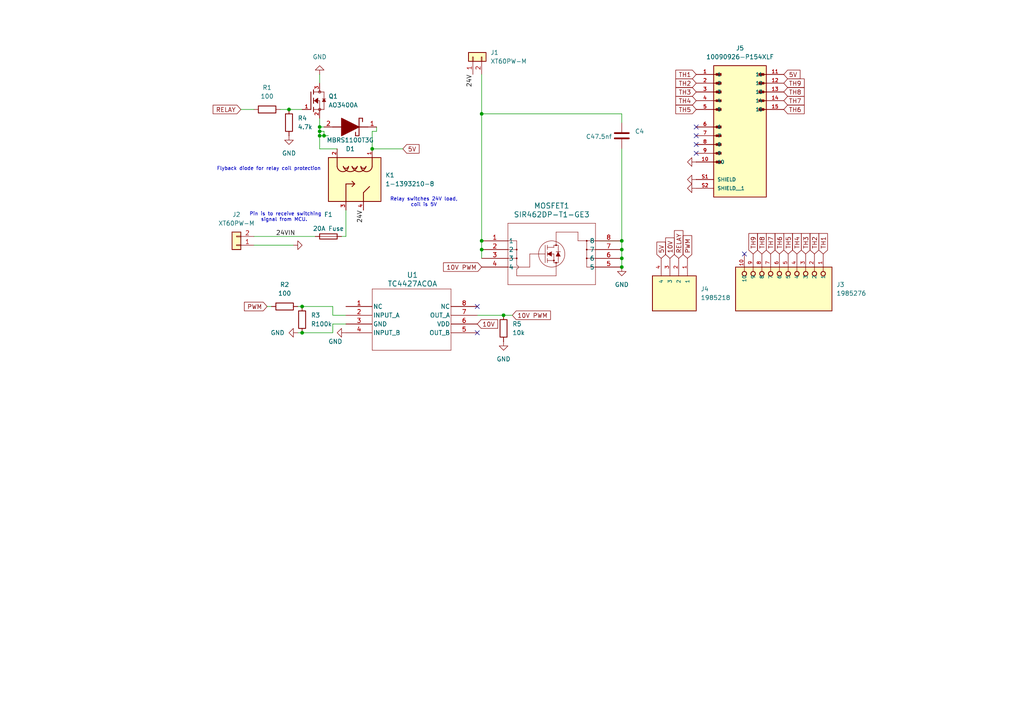
<source format=kicad_sch>
(kicad_sch
	(version 20250114)
	(generator "eeschema")
	(generator_version "9.0")
	(uuid "5b9bbb72-d370-4e42-b502-0ae54366ed9d")
	(paper "A4")
	(lib_symbols
		(symbol "1-1393210-8:1-1393210-8"
			(pin_names
				(offset 1.016)
			)
			(exclude_from_sim no)
			(in_bom yes)
			(on_board yes)
			(property "Reference" "K"
				(at -7.6217 8.1298 0)
				(effects
					(font
						(size 1.27 1.27)
					)
					(justify left bottom)
				)
			)
			(property "Value" "1-1393210-8"
				(at -7.626 -10.1679 0)
				(effects
					(font
						(size 1.27 1.27)
					)
					(justify left bottom)
				)
			)
			(property "Footprint" "1-1393210-8:RELAY_1-1393210-8"
				(at 0 0 0)
				(effects
					(font
						(size 1.27 1.27)
					)
					(justify bottom)
					(hide yes)
				)
			)
			(property "Datasheet" ""
				(at 0 0 0)
				(effects
					(font
						(size 1.27 1.27)
					)
					(hide yes)
				)
			)
			(property "Description" ""
				(at 0 0 0)
				(effects
					(font
						(size 1.27 1.27)
					)
					(hide yes)
				)
			)
			(property "PARTREV" "0815"
				(at 0 0 0)
				(effects
					(font
						(size 1.27 1.27)
					)
					(justify bottom)
					(hide yes)
				)
			)
			(property "STANDARD" "Manufacturer Recommendations"
				(at 0 0 0)
				(effects
					(font
						(size 1.27 1.27)
					)
					(justify bottom)
					(hide yes)
				)
			)
			(property "MANUFACTURER" "TE connectivity"
				(at 0 0 0)
				(effects
					(font
						(size 1.27 1.27)
					)
					(justify bottom)
					(hide yes)
				)
			)
			(symbol "1-1393210-8_0_0"
				(polyline
					(pts
						(xy -7.62 5.08) (xy -5.08 5.08)
					)
					(stroke
						(width 0.254)
						(type default)
					)
					(fill
						(type none)
					)
				)
				(polyline
					(pts
						(xy -7.62 -5.08) (xy -5.08 -5.08)
					)
					(stroke
						(width 0.254)
						(type default)
					)
					(fill
						(type none)
					)
				)
				(rectangle
					(start -7.62 -7.62)
					(end 5.08 7.62)
					(stroke
						(width 0.254)
						(type default)
					)
					(fill
						(type background)
					)
				)
				(arc
					(start -5.08 0.762)
					(mid -3.556 -1.2604)
					(end -5.08 -3.302)
					(stroke
						(width 0.254)
						(type default)
					)
					(fill
						(type none)
					)
				)
				(arc
					(start -5.08 3.302)
					(mid -3.5407 1.2593)
					(end -5.08 -0.762)
					(stroke
						(width 0.254)
						(type default)
					)
					(fill
						(type none)
					)
				)
				(arc
					(start -5.08 3.302)
					(mid -4.5085 2.54)
					(end -5.08 1.778)
					(stroke
						(width 0.254)
						(type default)
					)
					(fill
						(type none)
					)
				)
				(arc
					(start -5.08 0.762)
					(mid -4.5085 0)
					(end -5.08 -0.762)
					(stroke
						(width 0.254)
						(type default)
					)
					(fill
						(type none)
					)
				)
				(arc
					(start -5.08 -1.778)
					(mid -4.5085 -2.54)
					(end -5.08 -3.302)
					(stroke
						(width 0.254)
						(type default)
					)
					(fill
						(type none)
					)
				)
				(arc
					(start -5.08 5.08)
					(mid -3.5512 3.4405)
					(end -5.08 1.778)
					(stroke
						(width 0.254)
						(type default)
					)
					(fill
						(type none)
					)
				)
				(arc
					(start -5.08 -1.778)
					(mid -3.5512 -3.4175)
					(end -5.08 -5.08)
					(stroke
						(width 0.254)
						(type default)
					)
					(fill
						(type none)
					)
				)
				(polyline
					(pts
						(xy 0 0) (xy -0.762 -0.762)
					)
					(stroke
						(width 0.254)
						(type default)
					)
					(fill
						(type none)
					)
				)
				(polyline
					(pts
						(xy 0 0) (xy 0.762 -0.762)
					)
					(stroke
						(width 0.254)
						(type default)
					)
					(fill
						(type none)
					)
				)
				(polyline
					(pts
						(xy 0 -2.54) (xy 0 0)
					)
					(stroke
						(width 0.254)
						(type default)
					)
					(fill
						(type none)
					)
				)
				(polyline
					(pts
						(xy 2.54 2.54) (xy 0.762 4.318)
					)
					(stroke
						(width 0.254)
						(type default)
					)
					(fill
						(type none)
					)
				)
				(polyline
					(pts
						(xy 5.08 2.54) (xy 2.54 2.54)
					)
					(stroke
						(width 0.254)
						(type default)
					)
					(fill
						(type none)
					)
				)
				(polyline
					(pts
						(xy 5.08 -2.54) (xy 0 -2.54)
					)
					(stroke
						(width 0.254)
						(type default)
					)
					(fill
						(type none)
					)
				)
				(pin passive line
					(at -10.16 5.08 0)
					(length 2.54)
					(name "~"
						(effects
							(font
								(size 1.016 1.016)
							)
						)
					)
					(number "1"
						(effects
							(font
								(size 1.016 1.016)
							)
						)
					)
				)
				(pin passive line
					(at -10.16 -5.08 0)
					(length 2.54)
					(name "~"
						(effects
							(font
								(size 1.016 1.016)
							)
						)
					)
					(number "2"
						(effects
							(font
								(size 1.016 1.016)
							)
						)
					)
				)
				(pin passive line
					(at 7.62 2.54 180)
					(length 2.54)
					(name "~"
						(effects
							(font
								(size 1.016 1.016)
							)
						)
					)
					(number "4"
						(effects
							(font
								(size 1.016 1.016)
							)
						)
					)
				)
				(pin passive line
					(at 7.62 -2.54 180)
					(length 2.54)
					(name "~"
						(effects
							(font
								(size 1.016 1.016)
							)
						)
					)
					(number "3"
						(effects
							(font
								(size 1.016 1.016)
							)
						)
					)
				)
			)
			(embedded_fonts no)
		)
		(symbol "10090926-P154XLF:10090926-P154XLF"
			(pin_names
				(offset 1.016)
			)
			(exclude_from_sim no)
			(in_bom yes)
			(on_board yes)
			(property "Reference" "J"
				(at -7.62 19.05 0)
				(effects
					(font
						(size 1.27 1.27)
					)
					(justify left bottom)
				)
			)
			(property "Value" "10090926-P154XLF"
				(at -7.62 -22.86 0)
				(effects
					(font
						(size 1.27 1.27)
					)
					(justify left bottom)
				)
			)
			(property "Footprint" "10090926-P154XLF:AMPHENOL_10090926-P154XLF"
				(at 0 0 0)
				(effects
					(font
						(size 1.27 1.27)
					)
					(justify bottom)
					(hide yes)
				)
			)
			(property "Datasheet" ""
				(at 0 0 0)
				(effects
					(font
						(size 1.27 1.27)
					)
					(hide yes)
				)
			)
			(property "Description" ""
				(at 0 0 0)
				(effects
					(font
						(size 1.27 1.27)
					)
					(hide yes)
				)
			)
			(property "PARTREV" "H"
				(at 0 0 0)
				(effects
					(font
						(size 1.27 1.27)
					)
					(justify bottom)
					(hide yes)
				)
			)
			(property "STANDARD" "Manufacturer Recommendations"
				(at 0 0 0)
				(effects
					(font
						(size 1.27 1.27)
					)
					(justify bottom)
					(hide yes)
				)
			)
			(property "SNAPEDA_PN" "10090926-P154XLF"
				(at 0 0 0)
				(effects
					(font
						(size 1.27 1.27)
					)
					(justify bottom)
					(hide yes)
				)
			)
			(property "MAXIMUM_PACKAGE_HEIGHT" "12.7mm"
				(at 0 0 0)
				(effects
					(font
						(size 1.27 1.27)
					)
					(justify bottom)
					(hide yes)
				)
			)
			(property "MANUFACTURER" "Amphenol"
				(at 0 0 0)
				(effects
					(font
						(size 1.27 1.27)
					)
					(justify bottom)
					(hide yes)
				)
			)
			(symbol "10090926-P154XLF_0_0"
				(polyline
					(pts
						(xy -7.62 15.24) (xy -5.715 15.24)
					)
					(stroke
						(width 0.254)
						(type default)
					)
					(fill
						(type none)
					)
				)
				(polyline
					(pts
						(xy -7.62 12.7) (xy -5.715 12.7)
					)
					(stroke
						(width 0.254)
						(type default)
					)
					(fill
						(type none)
					)
				)
				(polyline
					(pts
						(xy -7.62 10.16) (xy -5.715 10.16)
					)
					(stroke
						(width 0.254)
						(type default)
					)
					(fill
						(type none)
					)
				)
				(polyline
					(pts
						(xy -7.62 7.62) (xy -5.715 7.62)
					)
					(stroke
						(width 0.254)
						(type default)
					)
					(fill
						(type none)
					)
				)
				(polyline
					(pts
						(xy -7.62 5.08) (xy -5.715 5.08)
					)
					(stroke
						(width 0.254)
						(type default)
					)
					(fill
						(type none)
					)
				)
				(polyline
					(pts
						(xy -7.62 0) (xy -5.715 0)
					)
					(stroke
						(width 0.254)
						(type default)
					)
					(fill
						(type none)
					)
				)
				(polyline
					(pts
						(xy -7.62 -2.54) (xy -5.715 -2.54)
					)
					(stroke
						(width 0.254)
						(type default)
					)
					(fill
						(type none)
					)
				)
				(polyline
					(pts
						(xy -7.62 -5.08) (xy -5.715 -5.08)
					)
					(stroke
						(width 0.254)
						(type default)
					)
					(fill
						(type none)
					)
				)
				(polyline
					(pts
						(xy -7.62 -7.62) (xy -5.715 -7.62)
					)
					(stroke
						(width 0.254)
						(type default)
					)
					(fill
						(type none)
					)
				)
				(polyline
					(pts
						(xy -7.62 -10.16) (xy -5.715 -10.16)
					)
					(stroke
						(width 0.254)
						(type default)
					)
					(fill
						(type none)
					)
				)
				(rectangle
					(start -7.62 -20.32)
					(end 7.62 17.78)
					(stroke
						(width 0.254)
						(type default)
					)
					(fill
						(type background)
					)
				)
				(rectangle
					(start -6.985 14.9225)
					(end -5.3975 15.5575)
					(stroke
						(width 0.1)
						(type default)
					)
					(fill
						(type outline)
					)
				)
				(rectangle
					(start -6.985 12.3825)
					(end -5.3975 13.0175)
					(stroke
						(width 0.1)
						(type default)
					)
					(fill
						(type outline)
					)
				)
				(rectangle
					(start -6.985 9.8425)
					(end -5.3975 10.4775)
					(stroke
						(width 0.1)
						(type default)
					)
					(fill
						(type outline)
					)
				)
				(rectangle
					(start -6.985 7.3025)
					(end -5.3975 7.9375)
					(stroke
						(width 0.1)
						(type default)
					)
					(fill
						(type outline)
					)
				)
				(rectangle
					(start -6.985 4.7625)
					(end -5.3975 5.3975)
					(stroke
						(width 0.1)
						(type default)
					)
					(fill
						(type outline)
					)
				)
				(rectangle
					(start -6.985 -0.3175)
					(end -5.3975 0.3175)
					(stroke
						(width 0.1)
						(type default)
					)
					(fill
						(type outline)
					)
				)
				(rectangle
					(start -6.985 -2.8575)
					(end -5.3975 -2.2225)
					(stroke
						(width 0.1)
						(type default)
					)
					(fill
						(type outline)
					)
				)
				(rectangle
					(start -6.985 -5.3975)
					(end -5.3975 -4.7625)
					(stroke
						(width 0.1)
						(type default)
					)
					(fill
						(type outline)
					)
				)
				(rectangle
					(start -6.985 -7.9375)
					(end -5.3975 -7.3025)
					(stroke
						(width 0.1)
						(type default)
					)
					(fill
						(type outline)
					)
				)
				(rectangle
					(start -6.985 -10.4775)
					(end -5.3975 -9.8425)
					(stroke
						(width 0.1)
						(type default)
					)
					(fill
						(type outline)
					)
				)
				(rectangle
					(start 5.3975 14.9225)
					(end 6.985 15.5575)
					(stroke
						(width 0.1)
						(type default)
					)
					(fill
						(type outline)
					)
				)
				(rectangle
					(start 5.3975 12.3825)
					(end 6.985 13.0175)
					(stroke
						(width 0.1)
						(type default)
					)
					(fill
						(type outline)
					)
				)
				(rectangle
					(start 5.3975 9.8425)
					(end 6.985 10.4775)
					(stroke
						(width 0.1)
						(type default)
					)
					(fill
						(type outline)
					)
				)
				(rectangle
					(start 5.3975 7.3025)
					(end 6.985 7.9375)
					(stroke
						(width 0.1)
						(type default)
					)
					(fill
						(type outline)
					)
				)
				(rectangle
					(start 5.3975 4.7625)
					(end 6.985 5.3975)
					(stroke
						(width 0.1)
						(type default)
					)
					(fill
						(type outline)
					)
				)
				(polyline
					(pts
						(xy 7.62 15.24) (xy 5.715 15.24)
					)
					(stroke
						(width 0.254)
						(type default)
					)
					(fill
						(type none)
					)
				)
				(polyline
					(pts
						(xy 7.62 12.7) (xy 5.715 12.7)
					)
					(stroke
						(width 0.254)
						(type default)
					)
					(fill
						(type none)
					)
				)
				(polyline
					(pts
						(xy 7.62 10.16) (xy 5.715 10.16)
					)
					(stroke
						(width 0.254)
						(type default)
					)
					(fill
						(type none)
					)
				)
				(polyline
					(pts
						(xy 7.62 7.62) (xy 5.715 7.62)
					)
					(stroke
						(width 0.254)
						(type default)
					)
					(fill
						(type none)
					)
				)
				(polyline
					(pts
						(xy 7.62 5.08) (xy 5.715 5.08)
					)
					(stroke
						(width 0.254)
						(type default)
					)
					(fill
						(type none)
					)
				)
				(pin passive line
					(at -12.7 15.24 0)
					(length 5.08)
					(name "1"
						(effects
							(font
								(size 1.016 1.016)
							)
						)
					)
					(number "1"
						(effects
							(font
								(size 1.016 1.016)
							)
						)
					)
				)
				(pin passive line
					(at -12.7 12.7 0)
					(length 5.08)
					(name "2"
						(effects
							(font
								(size 1.016 1.016)
							)
						)
					)
					(number "2"
						(effects
							(font
								(size 1.016 1.016)
							)
						)
					)
				)
				(pin passive line
					(at -12.7 10.16 0)
					(length 5.08)
					(name "3"
						(effects
							(font
								(size 1.016 1.016)
							)
						)
					)
					(number "3"
						(effects
							(font
								(size 1.016 1.016)
							)
						)
					)
				)
				(pin passive line
					(at -12.7 7.62 0)
					(length 5.08)
					(name "4"
						(effects
							(font
								(size 1.016 1.016)
							)
						)
					)
					(number "4"
						(effects
							(font
								(size 1.016 1.016)
							)
						)
					)
				)
				(pin passive line
					(at -12.7 5.08 0)
					(length 5.08)
					(name "5"
						(effects
							(font
								(size 1.016 1.016)
							)
						)
					)
					(number "5"
						(effects
							(font
								(size 1.016 1.016)
							)
						)
					)
				)
				(pin passive line
					(at -12.7 0 0)
					(length 5.08)
					(name "6"
						(effects
							(font
								(size 1.016 1.016)
							)
						)
					)
					(number "6"
						(effects
							(font
								(size 1.016 1.016)
							)
						)
					)
				)
				(pin passive line
					(at -12.7 -2.54 0)
					(length 5.08)
					(name "7"
						(effects
							(font
								(size 1.016 1.016)
							)
						)
					)
					(number "7"
						(effects
							(font
								(size 1.016 1.016)
							)
						)
					)
				)
				(pin passive line
					(at -12.7 -5.08 0)
					(length 5.08)
					(name "8"
						(effects
							(font
								(size 1.016 1.016)
							)
						)
					)
					(number "8"
						(effects
							(font
								(size 1.016 1.016)
							)
						)
					)
				)
				(pin passive line
					(at -12.7 -7.62 0)
					(length 5.08)
					(name "9"
						(effects
							(font
								(size 1.016 1.016)
							)
						)
					)
					(number "9"
						(effects
							(font
								(size 1.016 1.016)
							)
						)
					)
				)
				(pin passive line
					(at -12.7 -10.16 0)
					(length 5.08)
					(name "10"
						(effects
							(font
								(size 1.016 1.016)
							)
						)
					)
					(number "10"
						(effects
							(font
								(size 1.016 1.016)
							)
						)
					)
				)
				(pin passive line
					(at -12.7 -15.24 0)
					(length 5.08)
					(name "SHIELD"
						(effects
							(font
								(size 1.016 1.016)
							)
						)
					)
					(number "S1"
						(effects
							(font
								(size 1.016 1.016)
							)
						)
					)
				)
				(pin passive line
					(at -12.7 -17.78 0)
					(length 5.08)
					(name "SHIELD__1"
						(effects
							(font
								(size 1.016 1.016)
							)
						)
					)
					(number "S2"
						(effects
							(font
								(size 1.016 1.016)
							)
						)
					)
				)
				(pin passive line
					(at 12.7 15.24 180)
					(length 5.08)
					(name "11"
						(effects
							(font
								(size 1.016 1.016)
							)
						)
					)
					(number "11"
						(effects
							(font
								(size 1.016 1.016)
							)
						)
					)
				)
				(pin passive line
					(at 12.7 12.7 180)
					(length 5.08)
					(name "12"
						(effects
							(font
								(size 1.016 1.016)
							)
						)
					)
					(number "12"
						(effects
							(font
								(size 1.016 1.016)
							)
						)
					)
				)
				(pin passive line
					(at 12.7 10.16 180)
					(length 5.08)
					(name "13"
						(effects
							(font
								(size 1.016 1.016)
							)
						)
					)
					(number "13"
						(effects
							(font
								(size 1.016 1.016)
							)
						)
					)
				)
				(pin passive line
					(at 12.7 7.62 180)
					(length 5.08)
					(name "14"
						(effects
							(font
								(size 1.016 1.016)
							)
						)
					)
					(number "14"
						(effects
							(font
								(size 1.016 1.016)
							)
						)
					)
				)
				(pin passive line
					(at 12.7 5.08 180)
					(length 5.08)
					(name "15"
						(effects
							(font
								(size 1.016 1.016)
							)
						)
					)
					(number "15"
						(effects
							(font
								(size 1.016 1.016)
							)
						)
					)
				)
			)
			(embedded_fonts no)
		)
		(symbol "1985218:1985218"
			(pin_names
				(offset 1.016)
			)
			(exclude_from_sim no)
			(in_bom yes)
			(on_board yes)
			(property "Reference" "J"
				(at -5.08 8.382 0)
				(effects
					(font
						(size 1.27 1.27)
					)
					(justify left bottom)
				)
			)
			(property "Value" "1985218"
				(at -5.08 -7.62 0)
				(effects
					(font
						(size 1.27 1.27)
					)
					(justify left bottom)
				)
			)
			(property "Footprint" "1985218:TE_1985218"
				(at 0 0 0)
				(effects
					(font
						(size 1.27 1.27)
					)
					(justify bottom)
					(hide yes)
				)
			)
			(property "Datasheet" ""
				(at 0 0 0)
				(effects
					(font
						(size 1.27 1.27)
					)
					(hide yes)
				)
			)
			(property "Description" ""
				(at 0 0 0)
				(effects
					(font
						(size 1.27 1.27)
					)
					(hide yes)
				)
			)
			(property "PARTREV" "29.03.2021"
				(at 0 0 0)
				(effects
					(font
						(size 1.27 1.27)
					)
					(justify bottom)
					(hide yes)
				)
			)
			(property "STANDARD" "Manufacturer Recommendations"
				(at 0 0 0)
				(effects
					(font
						(size 1.27 1.27)
					)
					(justify bottom)
					(hide yes)
				)
			)
			(property "MAXIMUM_PACKAGE_HEIGHT" "13.1mm"
				(at 0 0 0)
				(effects
					(font
						(size 1.27 1.27)
					)
					(justify bottom)
					(hide yes)
				)
			)
			(property "MANUFACTURER" "TE Connectivity"
				(at 0 0 0)
				(effects
					(font
						(size 1.27 1.27)
					)
					(justify bottom)
					(hide yes)
				)
			)
			(symbol "1985218_0_0"
				(rectangle
					(start -5.08 -5.08)
					(end 5.08 7.62)
					(stroke
						(width 0.254)
						(type default)
					)
					(fill
						(type background)
					)
				)
				(pin passive line
					(at -10.16 5.08 0)
					(length 5.08)
					(name "1"
						(effects
							(font
								(size 1.016 1.016)
							)
						)
					)
					(number "1"
						(effects
							(font
								(size 1.016 1.016)
							)
						)
					)
				)
				(pin passive line
					(at -10.16 2.54 0)
					(length 5.08)
					(name "2"
						(effects
							(font
								(size 1.016 1.016)
							)
						)
					)
					(number "2"
						(effects
							(font
								(size 1.016 1.016)
							)
						)
					)
				)
				(pin passive line
					(at -10.16 0 0)
					(length 5.08)
					(name "3"
						(effects
							(font
								(size 1.016 1.016)
							)
						)
					)
					(number "3"
						(effects
							(font
								(size 1.016 1.016)
							)
						)
					)
				)
				(pin passive line
					(at -10.16 -2.54 0)
					(length 5.08)
					(name "4"
						(effects
							(font
								(size 1.016 1.016)
							)
						)
					)
					(number "4"
						(effects
							(font
								(size 1.016 1.016)
							)
						)
					)
				)
			)
			(embedded_fonts no)
		)
		(symbol "1985276:1985276"
			(pin_names
				(offset 1.016)
			)
			(exclude_from_sim no)
			(in_bom yes)
			(on_board yes)
			(property "Reference" "J"
				(at -6.85 15.24 0)
				(effects
					(font
						(size 1.27 1.27)
					)
					(justify left bottom)
				)
			)
			(property "Value" "1985276"
				(at -6.35 -15.24 0)
				(effects
					(font
						(size 1.27 1.27)
					)
					(justify left bottom)
				)
			)
			(property "Footprint" "1985276:PHOENIX_1985276"
				(at 0 0 0)
				(effects
					(font
						(size 1.27 1.27)
					)
					(justify bottom)
					(hide yes)
				)
			)
			(property "Datasheet" ""
				(at 0 0 0)
				(effects
					(font
						(size 1.27 1.27)
					)
					(hide yes)
				)
			)
			(property "Description" ""
				(at 0 0 0)
				(effects
					(font
						(size 1.27 1.27)
					)
					(hide yes)
				)
			)
			(property "MANUFACTURER" "PHOENIX"
				(at 0 0 0)
				(effects
					(font
						(size 1.27 1.27)
					)
					(justify bottom)
					(hide yes)
				)
			)
			(symbol "1985276_0_0"
				(rectangle
					(start -6.35 -12.7)
					(end 6.35 15.24)
					(stroke
						(width 0.254)
						(type default)
					)
					(fill
						(type background)
					)
				)
				(circle
					(center -4.445 12.7)
					(radius 0.635)
					(stroke
						(width 0.254)
						(type default)
					)
					(fill
						(type none)
					)
				)
				(circle
					(center -4.445 10.16)
					(radius 0.635)
					(stroke
						(width 0.254)
						(type default)
					)
					(fill
						(type none)
					)
				)
				(circle
					(center -4.445 7.62)
					(radius 0.635)
					(stroke
						(width 0.254)
						(type default)
					)
					(fill
						(type none)
					)
				)
				(circle
					(center -4.445 5.08)
					(radius 0.635)
					(stroke
						(width 0.254)
						(type default)
					)
					(fill
						(type none)
					)
				)
				(circle
					(center -4.445 2.54)
					(radius 0.635)
					(stroke
						(width 0.254)
						(type default)
					)
					(fill
						(type none)
					)
				)
				(circle
					(center -4.445 0)
					(radius 0.635)
					(stroke
						(width 0.254)
						(type default)
					)
					(fill
						(type none)
					)
				)
				(circle
					(center -4.445 -2.54)
					(radius 0.635)
					(stroke
						(width 0.254)
						(type default)
					)
					(fill
						(type none)
					)
				)
				(circle
					(center -4.445 -5.08)
					(radius 0.635)
					(stroke
						(width 0.254)
						(type default)
					)
					(fill
						(type none)
					)
				)
				(circle
					(center -4.445 -7.62)
					(radius 0.635)
					(stroke
						(width 0.254)
						(type default)
					)
					(fill
						(type none)
					)
				)
				(circle
					(center -4.445 -10.16)
					(radius 0.635)
					(stroke
						(width 0.254)
						(type default)
					)
					(fill
						(type none)
					)
				)
				(pin passive line
					(at -10.16 12.7 0)
					(length 5.08)
					(name "1"
						(effects
							(font
								(size 1.016 1.016)
							)
						)
					)
					(number "1"
						(effects
							(font
								(size 1.016 1.016)
							)
						)
					)
				)
				(pin passive line
					(at -10.16 10.16 0)
					(length 5.08)
					(name "2"
						(effects
							(font
								(size 1.016 1.016)
							)
						)
					)
					(number "2"
						(effects
							(font
								(size 1.016 1.016)
							)
						)
					)
				)
				(pin passive line
					(at -10.16 7.62 0)
					(length 5.08)
					(name "3"
						(effects
							(font
								(size 1.016 1.016)
							)
						)
					)
					(number "3"
						(effects
							(font
								(size 1.016 1.016)
							)
						)
					)
				)
				(pin passive line
					(at -10.16 5.08 0)
					(length 5.08)
					(name "4"
						(effects
							(font
								(size 1.016 1.016)
							)
						)
					)
					(number "4"
						(effects
							(font
								(size 1.016 1.016)
							)
						)
					)
				)
				(pin passive line
					(at -10.16 2.54 0)
					(length 5.08)
					(name "5"
						(effects
							(font
								(size 1.016 1.016)
							)
						)
					)
					(number "5"
						(effects
							(font
								(size 1.016 1.016)
							)
						)
					)
				)
				(pin passive line
					(at -10.16 0 0)
					(length 5.08)
					(name "6"
						(effects
							(font
								(size 1.016 1.016)
							)
						)
					)
					(number "6"
						(effects
							(font
								(size 1.016 1.016)
							)
						)
					)
				)
				(pin passive line
					(at -10.16 -2.54 0)
					(length 5.08)
					(name "7"
						(effects
							(font
								(size 1.016 1.016)
							)
						)
					)
					(number "7"
						(effects
							(font
								(size 1.016 1.016)
							)
						)
					)
				)
				(pin passive line
					(at -10.16 -5.08 0)
					(length 5.08)
					(name "8"
						(effects
							(font
								(size 1.016 1.016)
							)
						)
					)
					(number "8"
						(effects
							(font
								(size 1.016 1.016)
							)
						)
					)
				)
				(pin passive line
					(at -10.16 -7.62 0)
					(length 5.08)
					(name "9"
						(effects
							(font
								(size 1.016 1.016)
							)
						)
					)
					(number "9"
						(effects
							(font
								(size 1.016 1.016)
							)
						)
					)
				)
				(pin passive line
					(at -10.16 -10.16 0)
					(length 5.08)
					(name "10"
						(effects
							(font
								(size 1.016 1.016)
							)
						)
					)
					(number "10"
						(effects
							(font
								(size 1.016 1.016)
							)
						)
					)
				)
			)
			(embedded_fonts no)
		)
		(symbol "2025-05-30_22-53-46:TC4427ACOA"
			(pin_names
				(offset 0.254)
			)
			(exclude_from_sim no)
			(in_bom yes)
			(on_board yes)
			(property "Reference" "U1"
				(at 19.304 9.144 0)
				(effects
					(font
						(size 1.524 1.524)
					)
				)
			)
			(property "Value" "TC4427ACOA"
				(at 19.304 6.604 0)
				(effects
					(font
						(size 1.524 1.524)
					)
				)
			)
			(property "Footprint" "SOIC8-N_MC_MCH"
				(at 0 0 0)
				(effects
					(font
						(size 1.27 1.27)
						(italic yes)
					)
					(hide yes)
				)
			)
			(property "Datasheet" "TC4427ACOA"
				(at 0 0 0)
				(effects
					(font
						(size 1.27 1.27)
						(italic yes)
					)
					(hide yes)
				)
			)
			(property "Description" ""
				(at 0 0 0)
				(effects
					(font
						(size 1.27 1.27)
					)
					(hide yes)
				)
			)
			(property "ki_locked" ""
				(at 0 0 0)
				(effects
					(font
						(size 1.27 1.27)
					)
				)
			)
			(property "ki_keywords" "TC4427ACOA"
				(at 0 0 0)
				(effects
					(font
						(size 1.27 1.27)
					)
					(hide yes)
				)
			)
			(property "ki_fp_filters" "SOIC8-N_MC_MCH SOIC8-N_MC_MCH-M SOIC8-N_MC_MCH-L"
				(at 0 0 0)
				(effects
					(font
						(size 1.27 1.27)
					)
					(hide yes)
				)
			)
			(symbol "TC4427ACOA_0_1"
				(polyline
					(pts
						(xy 7.62 5.08) (xy 7.62 -12.7)
					)
					(stroke
						(width 0.127)
						(type default)
					)
					(fill
						(type none)
					)
				)
				(polyline
					(pts
						(xy 7.62 -12.7) (xy 30.48 -12.7)
					)
					(stroke
						(width 0.127)
						(type default)
					)
					(fill
						(type none)
					)
				)
				(polyline
					(pts
						(xy 30.48 5.08) (xy 7.62 5.08)
					)
					(stroke
						(width 0.127)
						(type default)
					)
					(fill
						(type none)
					)
				)
				(polyline
					(pts
						(xy 30.48 -12.7) (xy 30.48 5.08)
					)
					(stroke
						(width 0.127)
						(type default)
					)
					(fill
						(type none)
					)
				)
				(pin unspecified line
					(at 0 0 0)
					(length 7.62)
					(name "NC"
						(effects
							(font
								(size 1.27 1.27)
							)
						)
					)
					(number "1"
						(effects
							(font
								(size 1.27 1.27)
							)
						)
					)
				)
				(pin unspecified line
					(at 0 -2.54 0)
					(length 7.62)
					(name "INPUT_A"
						(effects
							(font
								(size 1.27 1.27)
							)
						)
					)
					(number "2"
						(effects
							(font
								(size 1.27 1.27)
							)
						)
					)
				)
				(pin unspecified line
					(at 0 -5.08 0)
					(length 7.62)
					(name "GND"
						(effects
							(font
								(size 1.27 1.27)
							)
						)
					)
					(number "3"
						(effects
							(font
								(size 1.27 1.27)
							)
						)
					)
				)
				(pin unspecified line
					(at 0 -7.62 0)
					(length 7.62)
					(name "INPUT_B"
						(effects
							(font
								(size 1.27 1.27)
							)
						)
					)
					(number "4"
						(effects
							(font
								(size 1.27 1.27)
							)
						)
					)
				)
				(pin unspecified line
					(at 38.1 0 180)
					(length 7.62)
					(name "NC"
						(effects
							(font
								(size 1.27 1.27)
							)
						)
					)
					(number "8"
						(effects
							(font
								(size 1.27 1.27)
							)
						)
					)
				)
				(pin unspecified line
					(at 38.1 -2.54 180)
					(length 7.62)
					(name "OUT_A"
						(effects
							(font
								(size 1.27 1.27)
							)
						)
					)
					(number "7"
						(effects
							(font
								(size 1.27 1.27)
							)
						)
					)
				)
				(pin unspecified line
					(at 38.1 -5.08 180)
					(length 7.62)
					(name "VDD"
						(effects
							(font
								(size 1.27 1.27)
							)
						)
					)
					(number "6"
						(effects
							(font
								(size 1.27 1.27)
							)
						)
					)
				)
				(pin unspecified line
					(at 38.1 -7.62 180)
					(length 7.62)
					(name "OUT_B"
						(effects
							(font
								(size 1.27 1.27)
							)
						)
					)
					(number "5"
						(effects
							(font
								(size 1.27 1.27)
							)
						)
					)
				)
			)
			(embedded_fonts no)
		)
		(symbol "AO3400A:AO3400A"
			(pin_names
				(offset 1.016)
			)
			(exclude_from_sim no)
			(in_bom yes)
			(on_board yes)
			(property "Reference" "Q"
				(at -8.89 2.54 0)
				(effects
					(font
						(size 1.27 1.27)
					)
					(justify left bottom)
				)
			)
			(property "Value" "AO3400A"
				(at -8.89 -7.62 0)
				(effects
					(font
						(size 1.27 1.27)
					)
					(justify left bottom)
				)
			)
			(property "Footprint" "AO3400A:SOT95P280X125-3N"
				(at 0 0 0)
				(effects
					(font
						(size 1.27 1.27)
					)
					(justify bottom)
					(hide yes)
				)
			)
			(property "Datasheet" ""
				(at 0 0 0)
				(effects
					(font
						(size 1.27 1.27)
					)
					(hide yes)
				)
			)
			(property "Description" ""
				(at 0 0 0)
				(effects
					(font
						(size 1.27 1.27)
					)
					(hide yes)
				)
			)
			(property "PARTREV" "L"
				(at 0 0 0)
				(effects
					(font
						(size 1.27 1.27)
					)
					(justify bottom)
					(hide yes)
				)
			)
			(property "STANDARD" "IPC 7351B"
				(at 0 0 0)
				(effects
					(font
						(size 1.27 1.27)
					)
					(justify bottom)
					(hide yes)
				)
			)
			(property "MAXIMUM_PACKAGE_HEIGHT" "1.25 mm"
				(at 0 0 0)
				(effects
					(font
						(size 1.27 1.27)
					)
					(justify bottom)
					(hide yes)
				)
			)
			(property "MANUFACTURER" "Alpha & Omega Semiconductor"
				(at 0 0 0)
				(effects
					(font
						(size 1.27 1.27)
					)
					(justify bottom)
					(hide yes)
				)
			)
			(symbol "AO3400A_0_0"
				(polyline
					(pts
						(xy 0 2.54) (xy 0 -2.54)
					)
					(stroke
						(width 0.254)
						(type default)
					)
					(fill
						(type none)
					)
				)
				(polyline
					(pts
						(xy 0.762 3.175) (xy 0.762 2.54)
					)
					(stroke
						(width 0.254)
						(type default)
					)
					(fill
						(type none)
					)
				)
				(polyline
					(pts
						(xy 0.762 2.54) (xy 0.762 1.905)
					)
					(stroke
						(width 0.254)
						(type default)
					)
					(fill
						(type none)
					)
				)
				(polyline
					(pts
						(xy 0.762 2.54) (xy 3.81 2.54)
					)
					(stroke
						(width 0.1524)
						(type default)
					)
					(fill
						(type none)
					)
				)
				(polyline
					(pts
						(xy 0.762 0.762) (xy 0.762 0)
					)
					(stroke
						(width 0.254)
						(type default)
					)
					(fill
						(type none)
					)
				)
				(polyline
					(pts
						(xy 0.762 0) (xy 0.762 -0.762)
					)
					(stroke
						(width 0.254)
						(type default)
					)
					(fill
						(type none)
					)
				)
				(polyline
					(pts
						(xy 0.762 0) (xy 2.54 0)
					)
					(stroke
						(width 0.1524)
						(type default)
					)
					(fill
						(type none)
					)
				)
				(polyline
					(pts
						(xy 0.762 -1.905) (xy 0.762 -3.175)
					)
					(stroke
						(width 0.254)
						(type default)
					)
					(fill
						(type none)
					)
				)
				(polyline
					(pts
						(xy 1.016 0) (xy 2.032 0.762) (xy 2.032 -0.762) (xy 1.016 0)
					)
					(stroke
						(width 0.1524)
						(type default)
					)
					(fill
						(type outline)
					)
				)
				(circle
					(center 2.54 2.54)
					(radius 0.3592)
					(stroke
						(width 0)
						(type default)
					)
					(fill
						(type none)
					)
				)
				(polyline
					(pts
						(xy 2.54 0) (xy 2.54 -2.54)
					)
					(stroke
						(width 0.1524)
						(type default)
					)
					(fill
						(type none)
					)
				)
				(circle
					(center 2.54 -2.54)
					(radius 0.3592)
					(stroke
						(width 0)
						(type default)
					)
					(fill
						(type none)
					)
				)
				(polyline
					(pts
						(xy 3.81 2.54) (xy 3.81 0.508)
					)
					(stroke
						(width 0.1524)
						(type default)
					)
					(fill
						(type none)
					)
				)
				(polyline
					(pts
						(xy 3.81 0.508) (xy 3.302 0.508)
					)
					(stroke
						(width 0.1524)
						(type default)
					)
					(fill
						(type none)
					)
				)
				(polyline
					(pts
						(xy 3.81 0.508) (xy 3.81 -2.54)
					)
					(stroke
						(width 0.1524)
						(type default)
					)
					(fill
						(type none)
					)
				)
				(polyline
					(pts
						(xy 3.81 0.508) (xy 3.302 -0.254) (xy 4.318 -0.254) (xy 3.81 0.508)
					)
					(stroke
						(width 0.1524)
						(type default)
					)
					(fill
						(type outline)
					)
				)
				(polyline
					(pts
						(xy 3.81 -2.54) (xy 0.762 -2.54)
					)
					(stroke
						(width 0.1524)
						(type default)
					)
					(fill
						(type none)
					)
				)
				(polyline
					(pts
						(xy 4.318 0.508) (xy 3.81 0.508)
					)
					(stroke
						(width 0.1524)
						(type default)
					)
					(fill
						(type none)
					)
				)
				(pin passive line
					(at -2.54 -2.54 0)
					(length 2.54)
					(name "~"
						(effects
							(font
								(size 1.016 1.016)
							)
						)
					)
					(number "1"
						(effects
							(font
								(size 1.016 1.016)
							)
						)
					)
				)
				(pin passive line
					(at 2.54 5.08 270)
					(length 2.54)
					(name "~"
						(effects
							(font
								(size 1.016 1.016)
							)
						)
					)
					(number "3"
						(effects
							(font
								(size 1.016 1.016)
							)
						)
					)
				)
				(pin passive line
					(at 2.54 -5.08 90)
					(length 2.54)
					(name "~"
						(effects
							(font
								(size 1.016 1.016)
							)
						)
					)
					(number "2"
						(effects
							(font
								(size 1.016 1.016)
							)
						)
					)
				)
			)
			(embedded_fonts no)
		)
		(symbol "Connector_Generic:Conn_01x02"
			(pin_names
				(offset 1.016)
				(hide yes)
			)
			(exclude_from_sim no)
			(in_bom yes)
			(on_board yes)
			(property "Reference" "J"
				(at 0 2.54 0)
				(effects
					(font
						(size 1.27 1.27)
					)
				)
			)
			(property "Value" "Conn_01x02"
				(at 0 -5.08 0)
				(effects
					(font
						(size 1.27 1.27)
					)
				)
			)
			(property "Footprint" ""
				(at 0 0 0)
				(effects
					(font
						(size 1.27 1.27)
					)
					(hide yes)
				)
			)
			(property "Datasheet" "~"
				(at 0 0 0)
				(effects
					(font
						(size 1.27 1.27)
					)
					(hide yes)
				)
			)
			(property "Description" "Generic connector, single row, 01x02, script generated (kicad-library-utils/schlib/autogen/connector/)"
				(at 0 0 0)
				(effects
					(font
						(size 1.27 1.27)
					)
					(hide yes)
				)
			)
			(property "ki_keywords" "connector"
				(at 0 0 0)
				(effects
					(font
						(size 1.27 1.27)
					)
					(hide yes)
				)
			)
			(property "ki_fp_filters" "Connector*:*_1x??_*"
				(at 0 0 0)
				(effects
					(font
						(size 1.27 1.27)
					)
					(hide yes)
				)
			)
			(symbol "Conn_01x02_1_1"
				(rectangle
					(start -1.27 1.27)
					(end 1.27 -3.81)
					(stroke
						(width 0.254)
						(type default)
					)
					(fill
						(type background)
					)
				)
				(rectangle
					(start -1.27 0.127)
					(end 0 -0.127)
					(stroke
						(width 0.1524)
						(type default)
					)
					(fill
						(type none)
					)
				)
				(rectangle
					(start -1.27 -2.413)
					(end 0 -2.667)
					(stroke
						(width 0.1524)
						(type default)
					)
					(fill
						(type none)
					)
				)
				(pin passive line
					(at -5.08 0 0)
					(length 3.81)
					(name "Pin_1"
						(effects
							(font
								(size 1.27 1.27)
							)
						)
					)
					(number "1"
						(effects
							(font
								(size 1.27 1.27)
							)
						)
					)
				)
				(pin passive line
					(at -5.08 -2.54 0)
					(length 3.81)
					(name "Pin_2"
						(effects
							(font
								(size 1.27 1.27)
							)
						)
					)
					(number "2"
						(effects
							(font
								(size 1.27 1.27)
							)
						)
					)
				)
			)
			(embedded_fonts no)
		)
		(symbol "Device:C"
			(pin_numbers
				(hide yes)
			)
			(pin_names
				(offset 0.254)
			)
			(exclude_from_sim no)
			(in_bom yes)
			(on_board yes)
			(property "Reference" "C"
				(at 0.635 2.54 0)
				(effects
					(font
						(size 1.27 1.27)
					)
					(justify left)
				)
			)
			(property "Value" "C"
				(at 0.635 -2.54 0)
				(effects
					(font
						(size 1.27 1.27)
					)
					(justify left)
				)
			)
			(property "Footprint" ""
				(at 0.9652 -3.81 0)
				(effects
					(font
						(size 1.27 1.27)
					)
					(hide yes)
				)
			)
			(property "Datasheet" "~"
				(at 0 0 0)
				(effects
					(font
						(size 1.27 1.27)
					)
					(hide yes)
				)
			)
			(property "Description" "Unpolarized capacitor"
				(at 0 0 0)
				(effects
					(font
						(size 1.27 1.27)
					)
					(hide yes)
				)
			)
			(property "ki_keywords" "cap capacitor"
				(at 0 0 0)
				(effects
					(font
						(size 1.27 1.27)
					)
					(hide yes)
				)
			)
			(property "ki_fp_filters" "C_*"
				(at 0 0 0)
				(effects
					(font
						(size 1.27 1.27)
					)
					(hide yes)
				)
			)
			(symbol "C_0_1"
				(polyline
					(pts
						(xy -2.032 0.762) (xy 2.032 0.762)
					)
					(stroke
						(width 0.508)
						(type default)
					)
					(fill
						(type none)
					)
				)
				(polyline
					(pts
						(xy -2.032 -0.762) (xy 2.032 -0.762)
					)
					(stroke
						(width 0.508)
						(type default)
					)
					(fill
						(type none)
					)
				)
			)
			(symbol "C_1_1"
				(pin passive line
					(at 0 3.81 270)
					(length 2.794)
					(name "~"
						(effects
							(font
								(size 1.27 1.27)
							)
						)
					)
					(number "1"
						(effects
							(font
								(size 1.27 1.27)
							)
						)
					)
				)
				(pin passive line
					(at 0 -3.81 90)
					(length 2.794)
					(name "~"
						(effects
							(font
								(size 1.27 1.27)
							)
						)
					)
					(number "2"
						(effects
							(font
								(size 1.27 1.27)
							)
						)
					)
				)
			)
			(embedded_fonts no)
		)
		(symbol "Device:Fuse"
			(pin_numbers
				(hide yes)
			)
			(pin_names
				(offset 0)
			)
			(exclude_from_sim no)
			(in_bom yes)
			(on_board yes)
			(property "Reference" "F"
				(at 2.032 0 90)
				(effects
					(font
						(size 1.27 1.27)
					)
				)
			)
			(property "Value" "Fuse"
				(at -1.905 0 90)
				(effects
					(font
						(size 1.27 1.27)
					)
				)
			)
			(property "Footprint" ""
				(at -1.778 0 90)
				(effects
					(font
						(size 1.27 1.27)
					)
					(hide yes)
				)
			)
			(property "Datasheet" "~"
				(at 0 0 0)
				(effects
					(font
						(size 1.27 1.27)
					)
					(hide yes)
				)
			)
			(property "Description" "Fuse"
				(at 0 0 0)
				(effects
					(font
						(size 1.27 1.27)
					)
					(hide yes)
				)
			)
			(property "ki_keywords" "fuse"
				(at 0 0 0)
				(effects
					(font
						(size 1.27 1.27)
					)
					(hide yes)
				)
			)
			(property "ki_fp_filters" "*Fuse*"
				(at 0 0 0)
				(effects
					(font
						(size 1.27 1.27)
					)
					(hide yes)
				)
			)
			(symbol "Fuse_0_1"
				(rectangle
					(start -0.762 -2.54)
					(end 0.762 2.54)
					(stroke
						(width 0.254)
						(type default)
					)
					(fill
						(type none)
					)
				)
				(polyline
					(pts
						(xy 0 2.54) (xy 0 -2.54)
					)
					(stroke
						(width 0)
						(type default)
					)
					(fill
						(type none)
					)
				)
			)
			(symbol "Fuse_1_1"
				(pin passive line
					(at 0 3.81 270)
					(length 1.27)
					(name "~"
						(effects
							(font
								(size 1.27 1.27)
							)
						)
					)
					(number "1"
						(effects
							(font
								(size 1.27 1.27)
							)
						)
					)
				)
				(pin passive line
					(at 0 -3.81 90)
					(length 1.27)
					(name "~"
						(effects
							(font
								(size 1.27 1.27)
							)
						)
					)
					(number "2"
						(effects
							(font
								(size 1.27 1.27)
							)
						)
					)
				)
			)
			(embedded_fonts no)
		)
		(symbol "Device:R"
			(pin_numbers
				(hide yes)
			)
			(pin_names
				(offset 0)
			)
			(exclude_from_sim no)
			(in_bom yes)
			(on_board yes)
			(property "Reference" "R"
				(at 2.032 0 90)
				(effects
					(font
						(size 1.27 1.27)
					)
				)
			)
			(property "Value" "R"
				(at 0 0 90)
				(effects
					(font
						(size 1.27 1.27)
					)
				)
			)
			(property "Footprint" ""
				(at -1.778 0 90)
				(effects
					(font
						(size 1.27 1.27)
					)
					(hide yes)
				)
			)
			(property "Datasheet" "~"
				(at 0 0 0)
				(effects
					(font
						(size 1.27 1.27)
					)
					(hide yes)
				)
			)
			(property "Description" "Resistor"
				(at 0 0 0)
				(effects
					(font
						(size 1.27 1.27)
					)
					(hide yes)
				)
			)
			(property "ki_keywords" "R res resistor"
				(at 0 0 0)
				(effects
					(font
						(size 1.27 1.27)
					)
					(hide yes)
				)
			)
			(property "ki_fp_filters" "R_*"
				(at 0 0 0)
				(effects
					(font
						(size 1.27 1.27)
					)
					(hide yes)
				)
			)
			(symbol "R_0_1"
				(rectangle
					(start -1.016 -2.54)
					(end 1.016 2.54)
					(stroke
						(width 0.254)
						(type default)
					)
					(fill
						(type none)
					)
				)
			)
			(symbol "R_1_1"
				(pin passive line
					(at 0 3.81 270)
					(length 1.27)
					(name "~"
						(effects
							(font
								(size 1.27 1.27)
							)
						)
					)
					(number "1"
						(effects
							(font
								(size 1.27 1.27)
							)
						)
					)
				)
				(pin passive line
					(at 0 -3.81 90)
					(length 1.27)
					(name "~"
						(effects
							(font
								(size 1.27 1.27)
							)
						)
					)
					(number "2"
						(effects
							(font
								(size 1.27 1.27)
							)
						)
					)
				)
			)
			(embedded_fonts no)
		)
		(symbol "MBRS1100T3G:MBRS1100T3G"
			(pin_names
				(hide yes)
			)
			(exclude_from_sim no)
			(in_bom yes)
			(on_board yes)
			(property "Reference" "D"
				(at 12.7 8.89 0)
				(effects
					(font
						(size 1.27 1.27)
					)
					(justify left top)
				)
			)
			(property "Value" "MBRS1100T3G"
				(at 12.7 6.35 0)
				(effects
					(font
						(size 1.27 1.27)
					)
					(justify left top)
				)
			)
			(property "Footprint" "DIOM5436X247N"
				(at 12.7 -93.65 0)
				(effects
					(font
						(size 1.27 1.27)
					)
					(justify left top)
					(hide yes)
				)
			)
			(property "Datasheet" "https://www.onsemi.com/pub/Collateral/MBRS1100T3-D.PDF"
				(at 12.7 -193.65 0)
				(effects
					(font
						(size 1.27 1.27)
					)
					(justify left top)
					(hide yes)
				)
			)
			(property "Description" "Weight: 95 mg (approximately); Rectangular Package for Automated Handling; Case: Epoxy, Molded; Markings: MBRS190T3: B19 MBRS1100T3: B1C; Cathode Polarity Band; Lead and Mounting Surface Temperature for Soldering Purposes: 260C Max. for 10 Seconds; Shipped in 12 mm Tape and Reel, 2500 units per reel; 150C Operating Junction Temperature; Finish: All External Surfaces Corrosion Resistant and Terminal Leads are Readily Solderable; Small Compact Surface Mountable Package with J-Bend Leads; Highly Stable Oxide"
				(at 0 0 0)
				(effects
					(font
						(size 1.27 1.27)
					)
					(hide yes)
				)
			)
			(property "Height" "2.47"
				(at 12.7 -393.65 0)
				(effects
					(font
						(size 1.27 1.27)
					)
					(justify left top)
					(hide yes)
				)
			)
			(property "Mouser Part Number" "863-MBRS1100T3G"
				(at 12.7 -493.65 0)
				(effects
					(font
						(size 1.27 1.27)
					)
					(justify left top)
					(hide yes)
				)
			)
			(property "Mouser Price/Stock" "https://www.mouser.co.uk/ProductDetail/onsemi/MBRS1100T3G?qs=3JMERSakebpsze4F2qcnhA%3D%3D"
				(at 12.7 -593.65 0)
				(effects
					(font
						(size 1.27 1.27)
					)
					(justify left top)
					(hide yes)
				)
			)
			(property "Manufacturer_Name" "onsemi"
				(at 12.7 -693.65 0)
				(effects
					(font
						(size 1.27 1.27)
					)
					(justify left top)
					(hide yes)
				)
			)
			(property "Manufacturer_Part_Number" "MBRS1100T3G"
				(at 12.7 -793.65 0)
				(effects
					(font
						(size 1.27 1.27)
					)
					(justify left top)
					(hide yes)
				)
			)
			(symbol "MBRS1100T3G_1_1"
				(polyline
					(pts
						(xy 5.08 0) (xy 7.62 0)
					)
					(stroke
						(width 0.254)
						(type default)
					)
					(fill
						(type none)
					)
				)
				(polyline
					(pts
						(xy 6.604 -1.524) (xy 6.604 -2.54)
					)
					(stroke
						(width 0.254)
						(type default)
					)
					(fill
						(type none)
					)
				)
				(polyline
					(pts
						(xy 7.62 2.54) (xy 7.62 -2.54)
					)
					(stroke
						(width 0.254)
						(type default)
					)
					(fill
						(type none)
					)
				)
				(polyline
					(pts
						(xy 7.62 2.54) (xy 8.636 2.54)
					)
					(stroke
						(width 0.254)
						(type default)
					)
					(fill
						(type none)
					)
				)
				(polyline
					(pts
						(xy 7.62 0) (xy 12.7 2.54) (xy 12.7 -2.54) (xy 7.62 0)
					)
					(stroke
						(width 0.254)
						(type default)
					)
					(fill
						(type outline)
					)
				)
				(polyline
					(pts
						(xy 7.62 -2.54) (xy 6.604 -2.54)
					)
					(stroke
						(width 0.254)
						(type default)
					)
					(fill
						(type none)
					)
				)
				(polyline
					(pts
						(xy 8.636 1.524) (xy 8.636 2.54)
					)
					(stroke
						(width 0.254)
						(type default)
					)
					(fill
						(type none)
					)
				)
				(polyline
					(pts
						(xy 12.7 0) (xy 15.24 0)
					)
					(stroke
						(width 0.254)
						(type default)
					)
					(fill
						(type none)
					)
				)
				(pin passive line
					(at 2.54 0 0)
					(length 2.54)
					(name "K"
						(effects
							(font
								(size 1.27 1.27)
							)
						)
					)
					(number "1"
						(effects
							(font
								(size 1.27 1.27)
							)
						)
					)
				)
				(pin passive line
					(at 17.78 0 180)
					(length 2.54)
					(name "A"
						(effects
							(font
								(size 1.27 1.27)
							)
						)
					)
					(number "2"
						(effects
							(font
								(size 1.27 1.27)
							)
						)
					)
				)
			)
			(embedded_fonts no)
		)
		(symbol "SIR:SIR462DP-T1-GE3"
			(pin_names
				(offset 0.254)
			)
			(exclude_from_sim no)
			(in_bom yes)
			(on_board yes)
			(property "Reference" "MOSFET"
				(at 20.32 10.16 0)
				(effects
					(font
						(size 1.524 1.524)
					)
				)
			)
			(property "Value" "SIR462DP-T1-GE3"
				(at 20.32 7.62 0)
				(effects
					(font
						(size 1.524 1.524)
					)
				)
			)
			(property "Footprint" "POWERPAK_SO-8_SINGLE_VIS"
				(at 0 0 0)
				(effects
					(font
						(size 1.27 1.27)
						(italic yes)
					)
					(hide yes)
				)
			)
			(property "Datasheet" "SIR462DP-T1-GE3"
				(at 0 0 0)
				(effects
					(font
						(size 1.27 1.27)
						(italic yes)
					)
					(hide yes)
				)
			)
			(property "Description" ""
				(at 0 0 0)
				(effects
					(font
						(size 1.27 1.27)
					)
					(hide yes)
				)
			)
			(property "ki_locked" ""
				(at 0 0 0)
				(effects
					(font
						(size 1.27 1.27)
					)
				)
			)
			(property "ki_keywords" "SIR462DP-T1-GE3"
				(at 0 0 0)
				(effects
					(font
						(size 1.27 1.27)
					)
					(hide yes)
				)
			)
			(property "ki_fp_filters" "POWERPAK_SO-8_SINGLE_VIS POWERPAK_SO-8_SINGLE_VIS-M POWERPAK_SO-8_SINGLE_VIS-L"
				(at 0 0 0)
				(effects
					(font
						(size 1.27 1.27)
					)
					(hide yes)
				)
			)
			(symbol "SIR462DP-T1-GE3_0_1"
				(polyline
					(pts
						(xy 7.62 5.08) (xy 7.62 -12.7)
					)
					(stroke
						(width 0.127)
						(type default)
					)
					(fill
						(type none)
					)
				)
				(polyline
					(pts
						(xy 7.62 0) (xy 10.16 0)
					)
					(stroke
						(width 0.127)
						(type default)
					)
					(fill
						(type none)
					)
				)
				(polyline
					(pts
						(xy 7.62 -2.54) (xy 10.16 -2.54)
					)
					(stroke
						(width 0.127)
						(type default)
					)
					(fill
						(type none)
					)
				)
				(polyline
					(pts
						(xy 7.62 -5.08) (xy 10.16 -5.08)
					)
					(stroke
						(width 0.127)
						(type default)
					)
					(fill
						(type none)
					)
				)
				(polyline
					(pts
						(xy 7.62 -7.62) (xy 13.97 -7.62)
					)
					(stroke
						(width 0.127)
						(type default)
					)
					(fill
						(type none)
					)
				)
				(polyline
					(pts
						(xy 7.62 -12.7) (xy 33.02 -12.7)
					)
					(stroke
						(width 0.127)
						(type default)
					)
					(fill
						(type none)
					)
				)
				(arc
					(start 10.16 -7.112)
					(mid 10.6657 -7.62)
					(end 10.16 -8.128)
					(stroke
						(width 0.127)
						(type default)
					)
					(fill
						(type none)
					)
				)
				(polyline
					(pts
						(xy 10.16 0) (xy 10.16 -7.112)
					)
					(stroke
						(width 0.127)
						(type default)
					)
					(fill
						(type none)
					)
				)
				(circle
					(center 10.16 -2.54)
					(radius 0.127)
					(stroke
						(width 0.254)
						(type default)
					)
					(fill
						(type none)
					)
				)
				(circle
					(center 10.16 -5.08)
					(radius 0.127)
					(stroke
						(width 0.254)
						(type default)
					)
					(fill
						(type none)
					)
				)
				(polyline
					(pts
						(xy 10.16 -8.128) (xy 10.16 -10.16)
					)
					(stroke
						(width 0.127)
						(type default)
					)
					(fill
						(type none)
					)
				)
				(polyline
					(pts
						(xy 10.16 -10.16) (xy 21.59 -10.16)
					)
					(stroke
						(width 0.127)
						(type default)
					)
					(fill
						(type none)
					)
				)
				(polyline
					(pts
						(xy 13.97 -3.81) (xy 18.415 -3.81)
					)
					(stroke
						(width 0.127)
						(type default)
					)
					(fill
						(type none)
					)
				)
				(polyline
					(pts
						(xy 13.97 -7.62) (xy 13.97 -3.81)
					)
					(stroke
						(width 0.127)
						(type default)
					)
					(fill
						(type none)
					)
				)
				(polyline
					(pts
						(xy 18.415 -6.35) (xy 18.415 -1.27)
					)
					(stroke
						(width 0.127)
						(type default)
					)
					(fill
						(type none)
					)
				)
				(polyline
					(pts
						(xy 19.05 -1.905) (xy 20.955 -1.905)
					)
					(stroke
						(width 0.127)
						(type default)
					)
					(fill
						(type none)
					)
				)
				(polyline
					(pts
						(xy 19.05 -2.54) (xy 19.05 -1.27)
					)
					(stroke
						(width 0.127)
						(type default)
					)
					(fill
						(type none)
					)
				)
				(polyline
					(pts
						(xy 19.05 -4.445) (xy 19.05 -3.175)
					)
					(stroke
						(width 0.127)
						(type default)
					)
					(fill
						(type none)
					)
				)
				(polyline
					(pts
						(xy 19.05 -5.715) (xy 20.955 -5.715)
					)
					(stroke
						(width 0.127)
						(type default)
					)
					(fill
						(type none)
					)
				)
				(polyline
					(pts
						(xy 19.05 -6.35) (xy 19.05 -5.08)
					)
					(stroke
						(width 0.127)
						(type default)
					)
					(fill
						(type none)
					)
				)
				(polyline
					(pts
						(xy 20.32 -3.175) (xy 19.05 -3.81) (xy 20.32 -4.445)
					)
					(stroke
						(width 0)
						(type default)
					)
					(fill
						(type outline)
					)
				)
				(polyline
					(pts
						(xy 20.32 -3.81) (xy 20.955 -3.81)
					)
					(stroke
						(width 0.127)
						(type default)
					)
					(fill
						(type none)
					)
				)
				(circle
					(center 20.32 -3.81)
					(radius 3.81)
					(stroke
						(width 0.127)
						(type default)
					)
					(fill
						(type none)
					)
				)
				(polyline
					(pts
						(xy 20.955 -1.27) (xy 22.225 -1.27)
					)
					(stroke
						(width 0.127)
						(type default)
					)
					(fill
						(type none)
					)
				)
				(polyline
					(pts
						(xy 20.955 -1.905) (xy 20.955 -1.27)
					)
					(stroke
						(width 0.127)
						(type default)
					)
					(fill
						(type none)
					)
				)
				(circle
					(center 20.955 -5.715)
					(radius 0.127)
					(stroke
						(width 0.254)
						(type default)
					)
					(fill
						(type none)
					)
				)
				(polyline
					(pts
						(xy 20.955 -6.35) (xy 20.955 -3.81)
					)
					(stroke
						(width 0.127)
						(type default)
					)
					(fill
						(type none)
					)
				)
				(polyline
					(pts
						(xy 20.955 -6.35) (xy 22.225 -6.35)
					)
					(stroke
						(width 0.127)
						(type default)
					)
					(fill
						(type none)
					)
				)
				(polyline
					(pts
						(xy 21.59 2.54) (xy 21.59 -1.27)
					)
					(stroke
						(width 0.127)
						(type default)
					)
					(fill
						(type none)
					)
				)
				(circle
					(center 21.59 -1.27)
					(radius 0.127)
					(stroke
						(width 0.254)
						(type default)
					)
					(fill
						(type none)
					)
				)
				(circle
					(center 21.59 -6.35)
					(radius 0.127)
					(stroke
						(width 0.254)
						(type default)
					)
					(fill
						(type none)
					)
				)
				(polyline
					(pts
						(xy 21.59 -10.16) (xy 21.59 -6.35)
					)
					(stroke
						(width 0.127)
						(type default)
					)
					(fill
						(type none)
					)
				)
				(polyline
					(pts
						(xy 22.225 -3.175) (xy 22.225 -1.27)
					)
					(stroke
						(width 0.127)
						(type default)
					)
					(fill
						(type none)
					)
				)
				(polyline
					(pts
						(xy 22.225 -6.35) (xy 22.225 -4.445)
					)
					(stroke
						(width 0.127)
						(type default)
					)
					(fill
						(type none)
					)
				)
				(polyline
					(pts
						(xy 22.86 -3.175) (xy 21.59 -3.175)
					)
					(stroke
						(width 0.127)
						(type default)
					)
					(fill
						(type none)
					)
				)
				(polyline
					(pts
						(xy 22.86 -4.445) (xy 21.59 -4.445) (xy 22.225 -3.175)
					)
					(stroke
						(width 0)
						(type default)
					)
					(fill
						(type outline)
					)
				)
				(polyline
					(pts
						(xy 27.94 2.54) (xy 21.59 2.54)
					)
					(stroke
						(width 0.127)
						(type default)
					)
					(fill
						(type none)
					)
				)
				(polyline
					(pts
						(xy 27.94 0) (xy 27.94 2.54)
					)
					(stroke
						(width 0.127)
						(type default)
					)
					(fill
						(type none)
					)
				)
				(circle
					(center 30.48 0)
					(radius 0.127)
					(stroke
						(width 0.254)
						(type default)
					)
					(fill
						(type none)
					)
				)
				(circle
					(center 30.48 -2.54)
					(radius 0.127)
					(stroke
						(width 0.254)
						(type default)
					)
					(fill
						(type none)
					)
				)
				(circle
					(center 30.48 -5.08)
					(radius 0.127)
					(stroke
						(width 0.254)
						(type default)
					)
					(fill
						(type none)
					)
				)
				(polyline
					(pts
						(xy 30.48 -7.62) (xy 30.48 0)
					)
					(stroke
						(width 0.127)
						(type default)
					)
					(fill
						(type none)
					)
				)
				(polyline
					(pts
						(xy 33.02 5.08) (xy 7.62 5.08)
					)
					(stroke
						(width 0.127)
						(type default)
					)
					(fill
						(type none)
					)
				)
				(polyline
					(pts
						(xy 33.02 0) (xy 27.94 0)
					)
					(stroke
						(width 0.127)
						(type default)
					)
					(fill
						(type none)
					)
				)
				(polyline
					(pts
						(xy 33.02 -2.54) (xy 30.48 -2.54)
					)
					(stroke
						(width 0.127)
						(type default)
					)
					(fill
						(type none)
					)
				)
				(polyline
					(pts
						(xy 33.02 -5.08) (xy 30.48 -5.08)
					)
					(stroke
						(width 0.127)
						(type default)
					)
					(fill
						(type none)
					)
				)
				(polyline
					(pts
						(xy 33.02 -7.62) (xy 30.48 -7.62)
					)
					(stroke
						(width 0.127)
						(type default)
					)
					(fill
						(type none)
					)
				)
				(polyline
					(pts
						(xy 33.02 -12.7) (xy 33.02 5.08)
					)
					(stroke
						(width 0.127)
						(type default)
					)
					(fill
						(type none)
					)
				)
				(pin unspecified line
					(at 0 0 0)
					(length 7.62)
					(name "1"
						(effects
							(font
								(size 1.27 1.27)
							)
						)
					)
					(number "1"
						(effects
							(font
								(size 1.27 1.27)
							)
						)
					)
				)
				(pin unspecified line
					(at 0 -2.54 0)
					(length 7.62)
					(name "2"
						(effects
							(font
								(size 1.27 1.27)
							)
						)
					)
					(number "2"
						(effects
							(font
								(size 1.27 1.27)
							)
						)
					)
				)
				(pin unspecified line
					(at 0 -5.08 0)
					(length 7.62)
					(name "3"
						(effects
							(font
								(size 1.27 1.27)
							)
						)
					)
					(number "3"
						(effects
							(font
								(size 1.27 1.27)
							)
						)
					)
				)
				(pin unspecified line
					(at 0 -7.62 0)
					(length 7.62)
					(name "4"
						(effects
							(font
								(size 1.27 1.27)
							)
						)
					)
					(number "4"
						(effects
							(font
								(size 1.27 1.27)
							)
						)
					)
				)
				(pin unspecified line
					(at 40.64 0 180)
					(length 7.62)
					(name "8"
						(effects
							(font
								(size 1.27 1.27)
							)
						)
					)
					(number "8"
						(effects
							(font
								(size 1.27 1.27)
							)
						)
					)
				)
				(pin unspecified line
					(at 40.64 -2.54 180)
					(length 7.62)
					(name "7"
						(effects
							(font
								(size 1.27 1.27)
							)
						)
					)
					(number "7"
						(effects
							(font
								(size 1.27 1.27)
							)
						)
					)
				)
				(pin unspecified line
					(at 40.64 -5.08 180)
					(length 7.62)
					(name "6"
						(effects
							(font
								(size 1.27 1.27)
							)
						)
					)
					(number "6"
						(effects
							(font
								(size 1.27 1.27)
							)
						)
					)
				)
				(pin unspecified line
					(at 40.64 -7.62 180)
					(length 7.62)
					(name "5"
						(effects
							(font
								(size 1.27 1.27)
							)
						)
					)
					(number "5"
						(effects
							(font
								(size 1.27 1.27)
							)
						)
					)
				)
			)
			(embedded_fonts no)
		)
		(symbol "ScottoKeebs:Placeholder_Resistor"
			(pin_numbers
				(hide yes)
			)
			(pin_names
				(offset 0)
			)
			(exclude_from_sim no)
			(in_bom yes)
			(on_board yes)
			(property "Reference" "R"
				(at 0 2.032 0)
				(effects
					(font
						(size 1.27 1.27)
					)
				)
			)
			(property "Value" "Resistor"
				(at 0 -2.54 0)
				(effects
					(font
						(size 1.27 1.27)
					)
				)
			)
			(property "Footprint" ""
				(at 0 -1.778 0)
				(effects
					(font
						(size 1.27 1.27)
					)
					(hide yes)
				)
			)
			(property "Datasheet" "~"
				(at 0 0 90)
				(effects
					(font
						(size 1.27 1.27)
					)
					(hide yes)
				)
			)
			(property "Description" "Resistor"
				(at 0 0 0)
				(effects
					(font
						(size 1.27 1.27)
					)
					(hide yes)
				)
			)
			(property "ki_keywords" "R res resistor"
				(at 0 0 0)
				(effects
					(font
						(size 1.27 1.27)
					)
					(hide yes)
				)
			)
			(property "ki_fp_filters" "R_*"
				(at 0 0 0)
				(effects
					(font
						(size 1.27 1.27)
					)
					(hide yes)
				)
			)
			(symbol "Placeholder_Resistor_0_1"
				(rectangle
					(start 2.54 -1.016)
					(end -2.54 1.016)
					(stroke
						(width 0.254)
						(type default)
					)
					(fill
						(type none)
					)
				)
			)
			(symbol "Placeholder_Resistor_1_1"
				(pin passive line
					(at -3.81 0 0)
					(length 1.27)
					(name "~"
						(effects
							(font
								(size 1.27 1.27)
							)
						)
					)
					(number "1"
						(effects
							(font
								(size 1.27 1.27)
							)
						)
					)
				)
				(pin passive line
					(at 3.81 0 180)
					(length 1.27)
					(name "~"
						(effects
							(font
								(size 1.27 1.27)
							)
						)
					)
					(number "2"
						(effects
							(font
								(size 1.27 1.27)
							)
						)
					)
				)
			)
			(embedded_fonts no)
		)
		(symbol "power:GND"
			(power)
			(pin_numbers
				(hide yes)
			)
			(pin_names
				(offset 0)
				(hide yes)
			)
			(exclude_from_sim no)
			(in_bom yes)
			(on_board yes)
			(property "Reference" "#PWR"
				(at 0 -6.35 0)
				(effects
					(font
						(size 1.27 1.27)
					)
					(hide yes)
				)
			)
			(property "Value" "GND"
				(at 0 -3.81 0)
				(effects
					(font
						(size 1.27 1.27)
					)
				)
			)
			(property "Footprint" ""
				(at 0 0 0)
				(effects
					(font
						(size 1.27 1.27)
					)
					(hide yes)
				)
			)
			(property "Datasheet" ""
				(at 0 0 0)
				(effects
					(font
						(size 1.27 1.27)
					)
					(hide yes)
				)
			)
			(property "Description" "Power symbol creates a global label with name \"GND\" , ground"
				(at 0 0 0)
				(effects
					(font
						(size 1.27 1.27)
					)
					(hide yes)
				)
			)
			(property "ki_keywords" "global power"
				(at 0 0 0)
				(effects
					(font
						(size 1.27 1.27)
					)
					(hide yes)
				)
			)
			(symbol "GND_0_1"
				(polyline
					(pts
						(xy 0 0) (xy 0 -1.27) (xy 1.27 -1.27) (xy 0 -2.54) (xy -1.27 -1.27) (xy 0 -1.27)
					)
					(stroke
						(width 0)
						(type default)
					)
					(fill
						(type none)
					)
				)
			)
			(symbol "GND_1_1"
				(pin power_in line
					(at 0 0 270)
					(length 0)
					(name "~"
						(effects
							(font
								(size 1.27 1.27)
							)
						)
					)
					(number "1"
						(effects
							(font
								(size 1.27 1.27)
							)
						)
					)
				)
			)
			(embedded_fonts no)
		)
	)
	(text "Relay switches 24V load,\ncoil is 5V"
		(exclude_from_sim no)
		(at 122.936 58.674 0)
		(effects
			(font
				(size 1.016 1.016)
			)
		)
		(uuid "30f643be-e1bd-4a36-ad36-6bc16e4d20ba")
	)
	(text "Flyback diode for relay coil protection"
		(exclude_from_sim no)
		(at 77.978 49.022 0)
		(effects
			(font
				(size 1.016 1.016)
			)
		)
		(uuid "7a90cdac-e9e0-44ad-8fa1-938aa7023b55")
	)
	(text "Pin is to receive switching\nsignal from MCU. \n"
		(exclude_from_sim no)
		(at 82.804 62.992 0)
		(effects
			(font
				(size 1.016 1.016)
			)
		)
		(uuid "fd26c33e-90bc-4d6f-b627-50f6d4bb7815")
	)
	(junction
		(at 180.34 69.85)
		(diameter 0)
		(color 0 0 0 0)
		(uuid "06675ce4-923f-4f50-a00e-97938657857a")
	)
	(junction
		(at 139.7 72.39)
		(diameter 0)
		(color 0 0 0 0)
		(uuid "1efdc735-a500-4331-b696-6a9d21c4ba32")
	)
	(junction
		(at 146.05 91.44)
		(diameter 0)
		(color 0 0 0 0)
		(uuid "20f2e952-601c-4bc5-8e6f-4f0e8ca87120")
	)
	(junction
		(at 87.63 96.52)
		(diameter 0)
		(color 0 0 0 0)
		(uuid "3721d287-72e6-458a-8456-9097dbfcb187")
	)
	(junction
		(at 83.82 31.75)
		(diameter 0)
		(color 0 0 0 0)
		(uuid "3c0713a2-589f-4b8b-8791-3c83596b46cf")
	)
	(junction
		(at 107.95 43.18)
		(diameter 0)
		(color 0 0 0 0)
		(uuid "44a48671-a8ca-4dd7-a490-2583b82cada4")
	)
	(junction
		(at 87.63 88.9)
		(diameter 0)
		(color 0 0 0 0)
		(uuid "50a846ea-957c-4a12-8263-80e350d25712")
	)
	(junction
		(at 139.7 33.02)
		(diameter 0)
		(color 0 0 0 0)
		(uuid "52a19023-5bab-41d1-8644-56b8ca02d904")
	)
	(junction
		(at 180.34 74.93)
		(diameter 0)
		(color 0 0 0 0)
		(uuid "5667580b-c674-4275-afdf-e4de8905083f")
	)
	(junction
		(at 180.34 72.39)
		(diameter 0)
		(color 0 0 0 0)
		(uuid "5c9f7491-9fdc-4b1c-aa28-2b62dcfb69ed")
	)
	(junction
		(at 139.7 69.85)
		(diameter 0)
		(color 0 0 0 0)
		(uuid "7a70f3f8-e7ca-45f2-ba90-6f74c7ed456f")
	)
	(junction
		(at 92.71 39.37)
		(diameter 0)
		(color 0 0 0 0)
		(uuid "8cfb7a2f-6f58-4d14-998b-1cf632fadc2a")
	)
	(junction
		(at 180.34 77.47)
		(diameter 0)
		(color 0 0 0 0)
		(uuid "a710039e-cadf-4a0b-a090-a70f0bdc011a")
	)
	(junction
		(at 92.71 38.1)
		(diameter 0)
		(color 0 0 0 0)
		(uuid "d18a2bf2-bdbd-4829-8753-5a22aefebec6")
	)
	(junction
		(at 92.71 36.83)
		(diameter 0)
		(color 0 0 0 0)
		(uuid "ddb54e5b-54b5-4cea-852a-84498ce49bb3")
	)
	(junction
		(at 93.98 39.37)
		(diameter 0)
		(color 0 0 0 0)
		(uuid "e5374416-a72f-424c-90da-fbcbf0ce3571")
	)
	(no_connect
		(at 201.93 36.83)
		(uuid "14a9ac09-f11c-4ef8-83cc-5da353f5ab9c")
	)
	(no_connect
		(at 201.93 39.37)
		(uuid "35591bcc-a62e-49c6-b260-cfe38ed0c0e0")
	)
	(no_connect
		(at 138.43 88.9)
		(uuid "47269b84-2059-4de8-8ba2-bafff7fbd230")
	)
	(no_connect
		(at 201.93 44.45)
		(uuid "53de7d5f-2673-4114-a643-3df79e8e1975")
	)
	(no_connect
		(at 201.93 41.91)
		(uuid "7bc469a9-c4ac-4156-b653-3572c86aaa05")
	)
	(no_connect
		(at 138.43 96.52)
		(uuid "ad9a4a66-ec33-40fd-a6cc-cc037fea64ad")
	)
	(no_connect
		(at 215.9 73.66)
		(uuid "b3509e42-fdb6-4761-8b81-74ecfe2c69ba")
	)
	(wire
		(pts
			(xy 86.36 96.52) (xy 87.63 96.52)
		)
		(stroke
			(width 0)
			(type default)
		)
		(uuid "06163f56-df99-4970-9df0-d25735571824")
	)
	(wire
		(pts
			(xy 92.71 39.37) (xy 92.71 43.18)
		)
		(stroke
			(width 0)
			(type default)
		)
		(uuid "0970637d-8a7b-49e3-aedd-3967e4bdba13")
	)
	(wire
		(pts
			(xy 148.59 91.44) (xy 146.05 91.44)
		)
		(stroke
			(width 0)
			(type default)
		)
		(uuid "0e9263a5-3cbf-4316-921d-e6e20cd1e42c")
	)
	(wire
		(pts
			(xy 77.47 88.9) (xy 78.74 88.9)
		)
		(stroke
			(width 0)
			(type default)
		)
		(uuid "0f1ccb33-67a4-4981-a5c5-9129bac9bacb")
	)
	(wire
		(pts
			(xy 73.66 68.58) (xy 91.44 68.58)
		)
		(stroke
			(width 0)
			(type default)
		)
		(uuid "0f5bc2c0-ad2d-4b65-91d7-18f9152a9b5c")
	)
	(wire
		(pts
			(xy 96.52 91.44) (xy 96.52 88.9)
		)
		(stroke
			(width 0)
			(type default)
		)
		(uuid "10f02260-cf1a-48a5-83c7-b392fc526be7")
	)
	(wire
		(pts
			(xy 92.71 38.1) (xy 92.71 39.37)
		)
		(stroke
			(width 0)
			(type default)
		)
		(uuid "14822fe3-7395-45a1-94f5-75280f4c75a5")
	)
	(wire
		(pts
			(xy 95.25 39.37) (xy 93.98 39.37)
		)
		(stroke
			(width 0)
			(type default)
		)
		(uuid "167c8eba-66df-4a07-be5e-12fa75e16bf8")
	)
	(wire
		(pts
			(xy 86.36 88.9) (xy 87.63 88.9)
		)
		(stroke
			(width 0)
			(type default)
		)
		(uuid "16916840-a84d-4188-b352-bf011dd66d39")
	)
	(wire
		(pts
			(xy 69.85 31.75) (xy 73.66 31.75)
		)
		(stroke
			(width 0)
			(type default)
		)
		(uuid "17423434-dfae-4451-ae45-320717700003")
	)
	(wire
		(pts
			(xy 93.98 36.83) (xy 92.71 36.83)
		)
		(stroke
			(width 0)
			(type default)
		)
		(uuid "18c99adb-7bbd-4efb-a39f-28543a181d73")
	)
	(wire
		(pts
			(xy 146.05 91.44) (xy 138.43 91.44)
		)
		(stroke
			(width 0)
			(type default)
		)
		(uuid "1a1fc914-f217-42d0-a64c-b0d5b3057688")
	)
	(wire
		(pts
			(xy 173.99 69.85) (xy 180.34 69.85)
		)
		(stroke
			(width 0)
			(type default)
		)
		(uuid "1aa2df27-62ff-4d26-81bc-5c6920113086")
	)
	(wire
		(pts
			(xy 107.95 43.18) (xy 116.84 43.18)
		)
		(stroke
			(width 0)
			(type default)
		)
		(uuid "230da239-91a7-4935-baac-e7a66b3e1dba")
	)
	(wire
		(pts
			(xy 180.34 35.56) (xy 180.34 33.02)
		)
		(stroke
			(width 0)
			(type default)
		)
		(uuid "2ab9c353-240b-490f-b7d0-8668f45bb4f4")
	)
	(wire
		(pts
			(xy 180.34 72.39) (xy 180.34 69.85)
		)
		(stroke
			(width 0)
			(type default)
		)
		(uuid "30495c4b-9229-4dd3-b531-dc6c29042809")
	)
	(wire
		(pts
			(xy 92.71 38.1) (xy 93.98 38.1)
		)
		(stroke
			(width 0)
			(type default)
		)
		(uuid "3253ec97-4ee3-4225-aa94-16f021e80b0e")
	)
	(wire
		(pts
			(xy 87.63 88.9) (xy 96.52 88.9)
		)
		(stroke
			(width 0)
			(type default)
		)
		(uuid "3a0f001f-0ef0-4ed6-9a31-0c1431447c65")
	)
	(wire
		(pts
			(xy 96.52 93.98) (xy 100.33 93.98)
		)
		(stroke
			(width 0)
			(type default)
		)
		(uuid "3a1d3d18-972f-49fa-89bb-5527fe6ff45f")
	)
	(wire
		(pts
			(xy 139.7 72.39) (xy 139.7 74.93)
		)
		(stroke
			(width 0)
			(type default)
		)
		(uuid "4df7d103-cf62-4dba-bb0b-92a55ba957f8")
	)
	(wire
		(pts
			(xy 92.71 36.83) (xy 92.71 38.1)
		)
		(stroke
			(width 0)
			(type default)
		)
		(uuid "4f1df5e8-e6ef-4e94-8cd9-8230f1805a90")
	)
	(wire
		(pts
			(xy 100.33 68.58) (xy 99.06 68.58)
		)
		(stroke
			(width 0)
			(type default)
		)
		(uuid "5603ebf1-b899-471e-84e6-efc2ee948a79")
	)
	(wire
		(pts
			(xy 73.66 71.12) (xy 85.09 71.12)
		)
		(stroke
			(width 0)
			(type default)
		)
		(uuid "5b3aa2a5-de05-48a4-bc8c-67e2cdc0129c")
	)
	(wire
		(pts
			(xy 107.95 38.1) (xy 107.95 43.18)
		)
		(stroke
			(width 0)
			(type default)
		)
		(uuid "62b34a56-5510-4069-9747-8e3a9333487a")
	)
	(wire
		(pts
			(xy 81.28 31.75) (xy 83.82 31.75)
		)
		(stroke
			(width 0)
			(type default)
		)
		(uuid "64470ca9-1544-4d05-8c42-3d694b950eb1")
	)
	(wire
		(pts
			(xy 100.33 91.44) (xy 96.52 91.44)
		)
		(stroke
			(width 0)
			(type default)
		)
		(uuid "65062762-3cd1-4399-9552-9be12fdd67d3")
	)
	(wire
		(pts
			(xy 180.34 43.18) (xy 180.34 69.85)
		)
		(stroke
			(width 0)
			(type default)
		)
		(uuid "6b4792d0-127c-4ac7-b676-2ad8eebb3326")
	)
	(wire
		(pts
			(xy 109.22 36.83) (xy 109.22 38.1)
		)
		(stroke
			(width 0)
			(type default)
		)
		(uuid "7319fb38-489c-4890-a6a1-1d7c0e552089")
	)
	(wire
		(pts
			(xy 87.63 96.52) (xy 96.52 96.52)
		)
		(stroke
			(width 0)
			(type default)
		)
		(uuid "8b02d589-6938-472a-aa8e-a438b6972432")
	)
	(wire
		(pts
			(xy 92.71 21.59) (xy 92.71 24.13)
		)
		(stroke
			(width 0)
			(type default)
		)
		(uuid "8c84cdcb-b4ff-43e2-820c-1cd31299516e")
	)
	(wire
		(pts
			(xy 109.22 38.1) (xy 107.95 38.1)
		)
		(stroke
			(width 0)
			(type default)
		)
		(uuid "945aee5f-63d2-4b96-891d-009619908915")
	)
	(wire
		(pts
			(xy 139.7 21.59) (xy 139.7 33.02)
		)
		(stroke
			(width 0)
			(type default)
		)
		(uuid "99480d75-c2e0-45f2-825b-b94a68a2724a")
	)
	(wire
		(pts
			(xy 139.7 33.02) (xy 180.34 33.02)
		)
		(stroke
			(width 0)
			(type default)
		)
		(uuid "9cc5441f-fc04-4c30-bb28-1764a3200d87")
	)
	(wire
		(pts
			(xy 83.82 31.75) (xy 87.63 31.75)
		)
		(stroke
			(width 0)
			(type default)
		)
		(uuid "9df176fc-ad72-4df1-b67d-426902577c95")
	)
	(wire
		(pts
			(xy 92.71 34.29) (xy 92.71 36.83)
		)
		(stroke
			(width 0)
			(type default)
		)
		(uuid "a1b73c48-0331-4541-88cf-13284151bd8f")
	)
	(wire
		(pts
			(xy 96.52 96.52) (xy 96.52 93.98)
		)
		(stroke
			(width 0)
			(type default)
		)
		(uuid "c44594a9-1f62-40be-8efc-def1c981640b")
	)
	(wire
		(pts
			(xy 180.34 74.93) (xy 180.34 72.39)
		)
		(stroke
			(width 0)
			(type default)
		)
		(uuid "d727686d-443c-493d-8744-10e8a0695cea")
	)
	(wire
		(pts
			(xy 93.98 39.37) (xy 92.71 39.37)
		)
		(stroke
			(width 0)
			(type default)
		)
		(uuid "e3517739-fa5a-414f-a58c-919c7b0fde2c")
	)
	(wire
		(pts
			(xy 93.98 38.1) (xy 93.98 39.37)
		)
		(stroke
			(width 0)
			(type default)
		)
		(uuid "e70dc299-cd61-44e7-8586-e165bfa018f5")
	)
	(wire
		(pts
			(xy 180.34 77.47) (xy 180.34 74.93)
		)
		(stroke
			(width 0)
			(type default)
		)
		(uuid "f12fee9d-b25c-4e94-b864-e4ea02f8cf4d")
	)
	(wire
		(pts
			(xy 139.7 33.02) (xy 139.7 69.85)
		)
		(stroke
			(width 0)
			(type default)
		)
		(uuid "f1dbdfee-9a44-45a7-b350-5cefe9758d06")
	)
	(wire
		(pts
			(xy 139.7 69.85) (xy 139.7 72.39)
		)
		(stroke
			(width 0)
			(type default)
		)
		(uuid "f2ac1804-2cbb-4c08-9f56-bec872ba0500")
	)
	(wire
		(pts
			(xy 100.33 60.96) (xy 100.33 68.58)
		)
		(stroke
			(width 0)
			(type default)
		)
		(uuid "f5efc48e-6d27-4d05-bec9-15b197620f72")
	)
	(wire
		(pts
			(xy 92.71 43.18) (xy 97.79 43.18)
		)
		(stroke
			(width 0)
			(type default)
		)
		(uuid "fc922efd-1a64-4c37-bc06-221ea9b30265")
	)
	(label "24VIN"
		(at 80.01 68.58 0)
		(effects
			(font
				(size 1.27 1.27)
			)
			(justify left bottom)
		)
		(uuid "3e7747f4-241c-4d2c-9132-64aab465ae30")
	)
	(label "24V"
		(at 137.16 21.59 270)
		(effects
			(font
				(size 1.27 1.27)
			)
			(justify right bottom)
		)
		(uuid "52f9127c-bb0d-4d88-9e90-f4b417a8ddc2")
	)
	(label "24V"
		(at 105.41 60.96 270)
		(effects
			(font
				(size 1.27 1.27)
			)
			(justify right bottom)
		)
		(uuid "b04d9f16-a554-492d-95ca-3603bd1c8b0f")
	)
	(global_label "TH3"
		(shape input)
		(at 233.68 73.66 90)
		(fields_autoplaced yes)
		(effects
			(font
				(size 1.27 1.27)
			)
			(justify left)
		)
		(uuid "03155e75-abd0-4f3a-af66-241b7cf66da8")
		(property "Intersheetrefs" "${INTERSHEET_REFS}"
			(at 233.68 67.1672 90)
			(effects
				(font
					(size 1.27 1.27)
				)
				(justify left)
				(hide yes)
			)
		)
	)
	(global_label "TH5"
		(shape input)
		(at 228.6 73.66 90)
		(fields_autoplaced yes)
		(effects
			(font
				(size 1.27 1.27)
			)
			(justify left)
		)
		(uuid "0cd33902-3053-4c96-a7ea-35f5ddb0330d")
		(property "Intersheetrefs" "${INTERSHEET_REFS}"
			(at 228.6 67.1672 90)
			(effects
				(font
					(size 1.27 1.27)
				)
				(justify left)
				(hide yes)
			)
		)
	)
	(global_label "5V"
		(shape input)
		(at 191.77 74.93 90)
		(fields_autoplaced yes)
		(effects
			(font
				(size 1.27 1.27)
			)
			(justify left)
		)
		(uuid "17787877-abef-4e08-bde2-68c776d735fe")
		(property "Intersheetrefs" "${INTERSHEET_REFS}"
			(at 191.77 69.6467 90)
			(effects
				(font
					(size 1.27 1.27)
				)
				(justify left)
				(hide yes)
			)
		)
	)
	(global_label "TH3"
		(shape input)
		(at 201.93 26.67 180)
		(fields_autoplaced yes)
		(effects
			(font
				(size 1.27 1.27)
			)
			(justify right)
		)
		(uuid "1b185583-5c8f-489c-81d1-c12d9f2c7489")
		(property "Intersheetrefs" "${INTERSHEET_REFS}"
			(at 195.4372 26.67 0)
			(effects
				(font
					(size 1.27 1.27)
				)
				(justify right)
				(hide yes)
			)
		)
	)
	(global_label "TH9"
		(shape input)
		(at 218.44 73.66 90)
		(fields_autoplaced yes)
		(effects
			(font
				(size 1.27 1.27)
			)
			(justify left)
		)
		(uuid "20e51a3c-a763-44a5-85b8-f5023c3ba352")
		(property "Intersheetrefs" "${INTERSHEET_REFS}"
			(at 218.44 67.1672 90)
			(effects
				(font
					(size 1.27 1.27)
				)
				(justify left)
				(hide yes)
			)
		)
	)
	(global_label "10V"
		(shape input)
		(at 194.31 74.93 90)
		(fields_autoplaced yes)
		(effects
			(font
				(size 1.27 1.27)
			)
			(justify left)
		)
		(uuid "2d71fb8e-a9c3-485e-b5b6-c64a628b6560")
		(property "Intersheetrefs" "${INTERSHEET_REFS}"
			(at 194.31 68.4372 90)
			(effects
				(font
					(size 1.27 1.27)
				)
				(justify left)
				(hide yes)
			)
		)
	)
	(global_label "TH4"
		(shape input)
		(at 201.93 29.21 180)
		(fields_autoplaced yes)
		(effects
			(font
				(size 1.27 1.27)
			)
			(justify right)
		)
		(uuid "3231c62e-7ce7-48e0-bb31-26629c4d0178")
		(property "Intersheetrefs" "${INTERSHEET_REFS}"
			(at 195.4372 29.21 0)
			(effects
				(font
					(size 1.27 1.27)
				)
				(justify right)
				(hide yes)
			)
		)
	)
	(global_label "TH5"
		(shape input)
		(at 201.93 31.75 180)
		(fields_autoplaced yes)
		(effects
			(font
				(size 1.27 1.27)
			)
			(justify right)
		)
		(uuid "34eed38d-3c86-4c01-9bce-51ed38751ac9")
		(property "Intersheetrefs" "${INTERSHEET_REFS}"
			(at 195.4372 31.75 0)
			(effects
				(font
					(size 1.27 1.27)
				)
				(justify right)
				(hide yes)
			)
		)
	)
	(global_label "PWM"
		(shape input)
		(at 199.39 74.93 90)
		(fields_autoplaced yes)
		(effects
			(font
				(size 1.27 1.27)
			)
			(justify left)
		)
		(uuid "3a21a545-7c64-4736-a5d4-d1a1ad8dd162")
		(property "Intersheetrefs" "${INTERSHEET_REFS}"
			(at 199.39 67.772 90)
			(effects
				(font
					(size 1.27 1.27)
				)
				(justify left)
				(hide yes)
			)
		)
	)
	(global_label "TH4"
		(shape input)
		(at 231.14 73.66 90)
		(fields_autoplaced yes)
		(effects
			(font
				(size 1.27 1.27)
			)
			(justify left)
		)
		(uuid "3b108a07-72cb-4ae4-8abb-06afa05ae22a")
		(property "Intersheetrefs" "${INTERSHEET_REFS}"
			(at 231.14 67.1672 90)
			(effects
				(font
					(size 1.27 1.27)
				)
				(justify left)
				(hide yes)
			)
		)
	)
	(global_label "5V"
		(shape input)
		(at 227.33 21.59 0)
		(fields_autoplaced yes)
		(effects
			(font
				(size 1.27 1.27)
			)
			(justify left)
		)
		(uuid "42f143ed-360a-42ee-9946-8f1136ccccfe")
		(property "Intersheetrefs" "${INTERSHEET_REFS}"
			(at 232.6133 21.59 0)
			(effects
				(font
					(size 1.27 1.27)
				)
				(justify left)
				(hide yes)
			)
		)
	)
	(global_label "TH6"
		(shape input)
		(at 227.33 31.75 0)
		(fields_autoplaced yes)
		(effects
			(font
				(size 1.27 1.27)
			)
			(justify left)
		)
		(uuid "4ba0cf41-cbde-42e5-885e-f987e95d3d09")
		(property "Intersheetrefs" "${INTERSHEET_REFS}"
			(at 233.8228 31.75 0)
			(effects
				(font
					(size 1.27 1.27)
				)
				(justify left)
				(hide yes)
			)
		)
	)
	(global_label "TH8"
		(shape input)
		(at 220.98 73.66 90)
		(fields_autoplaced yes)
		(effects
			(font
				(size 1.27 1.27)
			)
			(justify left)
		)
		(uuid "4c71df05-22d7-4bf9-9758-95250e709725")
		(property "Intersheetrefs" "${INTERSHEET_REFS}"
			(at 220.98 67.1672 90)
			(effects
				(font
					(size 1.27 1.27)
				)
				(justify left)
				(hide yes)
			)
		)
	)
	(global_label "5V"
		(shape input)
		(at 116.84 43.18 0)
		(fields_autoplaced yes)
		(effects
			(font
				(size 1.27 1.27)
			)
			(justify left)
		)
		(uuid "562248b4-d4fd-40b5-a05e-ccf8a14d0cba")
		(property "Intersheetrefs" "${INTERSHEET_REFS}"
			(at 122.1233 43.18 0)
			(effects
				(font
					(size 1.27 1.27)
				)
				(justify left)
				(hide yes)
			)
		)
	)
	(global_label "TH7"
		(shape input)
		(at 223.52 73.66 90)
		(fields_autoplaced yes)
		(effects
			(font
				(size 1.27 1.27)
			)
			(justify left)
		)
		(uuid "57c5f09a-0351-4603-b4e0-b23f2bfaa6ce")
		(property "Intersheetrefs" "${INTERSHEET_REFS}"
			(at 223.52 67.1672 90)
			(effects
				(font
					(size 1.27 1.27)
				)
				(justify left)
				(hide yes)
			)
		)
	)
	(global_label "TH7"
		(shape input)
		(at 227.33 29.21 0)
		(fields_autoplaced yes)
		(effects
			(font
				(size 1.27 1.27)
			)
			(justify left)
		)
		(uuid "582e86f9-e897-4480-bfae-3742d031a2c7")
		(property "Intersheetrefs" "${INTERSHEET_REFS}"
			(at 233.8228 29.21 0)
			(effects
				(font
					(size 1.27 1.27)
				)
				(justify left)
				(hide yes)
			)
		)
	)
	(global_label "RELAY"
		(shape input)
		(at 196.85 74.93 90)
		(fields_autoplaced yes)
		(effects
			(font
				(size 1.27 1.27)
			)
			(justify left)
		)
		(uuid "6701cbcf-548d-407f-9cd6-ceee2f5ab2da")
		(property "Intersheetrefs" "${INTERSHEET_REFS}"
			(at 196.85 66.3205 90)
			(effects
				(font
					(size 1.27 1.27)
				)
				(justify left)
				(hide yes)
			)
		)
	)
	(global_label "TH2"
		(shape input)
		(at 236.22 73.66 90)
		(fields_autoplaced yes)
		(effects
			(font
				(size 1.27 1.27)
			)
			(justify left)
		)
		(uuid "72261311-9383-4d57-8901-4f1192a3d515")
		(property "Intersheetrefs" "${INTERSHEET_REFS}"
			(at 236.22 67.1672 90)
			(effects
				(font
					(size 1.27 1.27)
				)
				(justify left)
				(hide yes)
			)
		)
	)
	(global_label "RELAY"
		(shape input)
		(at 69.85 31.75 180)
		(fields_autoplaced yes)
		(effects
			(font
				(size 1.27 1.27)
			)
			(justify right)
		)
		(uuid "8bb43596-78f6-4228-8c04-fdabbc82cf4b")
		(property "Intersheetrefs" "${INTERSHEET_REFS}"
			(at 61.2405 31.75 0)
			(effects
				(font
					(size 1.27 1.27)
				)
				(justify right)
				(hide yes)
			)
		)
	)
	(global_label "10V PWM"
		(shape input)
		(at 148.59 91.44 0)
		(fields_autoplaced yes)
		(effects
			(font
				(size 1.27 1.27)
			)
			(justify left)
		)
		(uuid "8c533d6f-42ed-4361-9cf8-95edcc567f23")
		(property "Intersheetrefs" "${INTERSHEET_REFS}"
			(at 160.2232 91.44 0)
			(effects
				(font
					(size 1.27 1.27)
				)
				(justify left)
				(hide yes)
			)
		)
	)
	(global_label "TH9"
		(shape input)
		(at 227.33 24.13 0)
		(fields_autoplaced yes)
		(effects
			(font
				(size 1.27 1.27)
			)
			(justify left)
		)
		(uuid "96cab7ed-2a3f-43e6-bbb4-7090fd80f377")
		(property "Intersheetrefs" "${INTERSHEET_REFS}"
			(at 233.8228 24.13 0)
			(effects
				(font
					(size 1.27 1.27)
				)
				(justify left)
				(hide yes)
			)
		)
	)
	(global_label "TH2"
		(shape input)
		(at 201.93 24.13 180)
		(fields_autoplaced yes)
		(effects
			(font
				(size 1.27 1.27)
			)
			(justify right)
		)
		(uuid "a709752f-3a20-4024-b1d3-a0410350962c")
		(property "Intersheetrefs" "${INTERSHEET_REFS}"
			(at 195.4372 24.13 0)
			(effects
				(font
					(size 1.27 1.27)
				)
				(justify right)
				(hide yes)
			)
		)
	)
	(global_label "TH1"
		(shape input)
		(at 238.76 73.66 90)
		(fields_autoplaced yes)
		(effects
			(font
				(size 1.27 1.27)
			)
			(justify left)
		)
		(uuid "af873787-f33b-4e71-bc85-15678256f021")
		(property "Intersheetrefs" "${INTERSHEET_REFS}"
			(at 238.76 67.1672 90)
			(effects
				(font
					(size 1.27 1.27)
				)
				(justify left)
				(hide yes)
			)
		)
	)
	(global_label "10V PWM"
		(shape input)
		(at 139.7 77.47 180)
		(fields_autoplaced yes)
		(effects
			(font
				(size 1.27 1.27)
			)
			(justify right)
		)
		(uuid "b47bdb71-1a0a-4aa2-aad6-f16629c5b7b1")
		(property "Intersheetrefs" "${INTERSHEET_REFS}"
			(at 128.0668 77.47 0)
			(effects
				(font
					(size 1.27 1.27)
				)
				(justify right)
				(hide yes)
			)
		)
	)
	(global_label "TH1"
		(shape input)
		(at 201.93 21.59 180)
		(fields_autoplaced yes)
		(effects
			(font
				(size 1.27 1.27)
			)
			(justify right)
		)
		(uuid "b9398e88-5e5b-4337-b9ea-c157d1ff5e18")
		(property "Intersheetrefs" "${INTERSHEET_REFS}"
			(at 195.4372 21.59 0)
			(effects
				(font
					(size 1.27 1.27)
				)
				(justify right)
				(hide yes)
			)
		)
	)
	(global_label "10V"
		(shape input)
		(at 138.43 93.98 0)
		(fields_autoplaced yes)
		(effects
			(font
				(size 1.27 1.27)
			)
			(justify left)
		)
		(uuid "d060ed4f-42c1-4824-a771-b2f4ba8e4165")
		(property "Intersheetrefs" "${INTERSHEET_REFS}"
			(at 144.9228 93.98 0)
			(effects
				(font
					(size 1.27 1.27)
				)
				(justify left)
				(hide yes)
			)
		)
	)
	(global_label "PWM"
		(shape input)
		(at 77.47 88.9 180)
		(fields_autoplaced yes)
		(effects
			(font
				(size 1.27 1.27)
			)
			(justify right)
		)
		(uuid "d8455ebe-9b76-483f-9eef-6e20bd721958")
		(property "Intersheetrefs" "${INTERSHEET_REFS}"
			(at 70.312 88.9 0)
			(effects
				(font
					(size 1.27 1.27)
				)
				(justify right)
				(hide yes)
			)
		)
	)
	(global_label "TH6"
		(shape input)
		(at 226.06 73.66 90)
		(fields_autoplaced yes)
		(effects
			(font
				(size 1.27 1.27)
			)
			(justify left)
		)
		(uuid "f7fb170f-2061-4e4f-a14c-61d36618eb39")
		(property "Intersheetrefs" "${INTERSHEET_REFS}"
			(at 226.06 67.1672 90)
			(effects
				(font
					(size 1.27 1.27)
				)
				(justify left)
				(hide yes)
			)
		)
	)
	(global_label "TH8"
		(shape input)
		(at 227.33 26.67 0)
		(fields_autoplaced yes)
		(effects
			(font
				(size 1.27 1.27)
			)
			(justify left)
		)
		(uuid "f8321a1e-12a2-466f-be27-3381dcc571fe")
		(property "Intersheetrefs" "${INTERSHEET_REFS}"
			(at 233.8228 26.67 0)
			(effects
				(font
					(size 1.27 1.27)
				)
				(justify left)
				(hide yes)
			)
		)
	)
	(symbol
		(lib_id "power:GND")
		(at 83.82 39.37 0)
		(unit 1)
		(exclude_from_sim no)
		(in_bom yes)
		(on_board yes)
		(dnp no)
		(fields_autoplaced yes)
		(uuid "1810ce3e-a4a1-4cab-9096-ce29b44e8948")
		(property "Reference" "#PWR09"
			(at 83.82 45.72 0)
			(effects
				(font
					(size 1.27 1.27)
				)
				(hide yes)
			)
		)
		(property "Value" "GND"
			(at 83.82 44.45 0)
			(effects
				(font
					(size 1.27 1.27)
				)
			)
		)
		(property "Footprint" ""
			(at 83.82 39.37 0)
			(effects
				(font
					(size 1.27 1.27)
				)
				(hide yes)
			)
		)
		(property "Datasheet" ""
			(at 83.82 39.37 0)
			(effects
				(font
					(size 1.27 1.27)
				)
				(hide yes)
			)
		)
		(property "Description" "Power symbol creates a global label with name \"GND\" , ground"
			(at 83.82 39.37 0)
			(effects
				(font
					(size 1.27 1.27)
				)
				(hide yes)
			)
		)
		(pin "1"
			(uuid "a86d9ece-772a-4669-b4a6-07edc46393eb")
		)
		(instances
			(project ""
				(path "/5b9bbb72-d370-4e42-b502-0ae54366ed9d"
					(reference "#PWR09")
					(unit 1)
				)
			)
		)
	)
	(symbol
		(lib_id "1985276:1985276")
		(at 226.06 83.82 270)
		(unit 1)
		(exclude_from_sim no)
		(in_bom yes)
		(on_board yes)
		(dnp no)
		(uuid "2eb63521-5c1f-4ad4-8100-5912fc75ce25")
		(property "Reference" "J3"
			(at 242.57 82.5499 90)
			(effects
				(font
					(size 1.27 1.27)
				)
				(justify left)
			)
		)
		(property "Value" "1985276"
			(at 242.57 85.0899 90)
			(effects
				(font
					(size 1.27 1.27)
				)
				(justify left)
			)
		)
		(property "Footprint" "01x12 connnector:PHOENIX_1985276"
			(at 226.06 83.82 0)
			(effects
				(font
					(size 1.27 1.27)
				)
				(justify bottom)
				(hide yes)
			)
		)
		(property "Datasheet" ""
			(at 226.06 83.82 0)
			(effects
				(font
					(size 1.27 1.27)
				)
				(hide yes)
			)
		)
		(property "Description" ""
			(at 226.06 83.82 0)
			(effects
				(font
					(size 1.27 1.27)
				)
				(hide yes)
			)
		)
		(property "MANUFACTURER" "PHOENIX"
			(at 226.06 83.82 0)
			(effects
				(font
					(size 1.27 1.27)
				)
				(justify bottom)
				(hide yes)
			)
		)
		(pin "10"
			(uuid "401b14f0-bae6-47a6-a04d-8caa8978cd09")
		)
		(pin "4"
			(uuid "a0cf7338-fdb1-4aff-b9e5-77ed23f82849")
		)
		(pin "6"
			(uuid "a739a763-b208-4088-80f3-9286648a5a0a")
		)
		(pin "3"
			(uuid "89a8d557-1d3b-4433-a568-450d14cb4570")
		)
		(pin "8"
			(uuid "3d2de972-68ab-4be5-b1a6-356024afbff2")
		)
		(pin "1"
			(uuid "1b4e152f-1387-4e68-a1b1-3dbecb7fb706")
		)
		(pin "2"
			(uuid "6b828313-6ed4-40ab-950d-4c6520f60434")
		)
		(pin "9"
			(uuid "d9819833-fe61-41e6-8c6b-28651f11a554")
		)
		(pin "5"
			(uuid "832d8a02-55c3-424b-ac6f-f5faf4f927a5")
		)
		(pin "7"
			(uuid "f45038a0-016a-43fb-9163-5edf42541fc4")
		)
		(instances
			(project ""
				(path "/5b9bbb72-d370-4e42-b502-0ae54366ed9d"
					(reference "J3")
					(unit 1)
				)
			)
		)
	)
	(symbol
		(lib_id "power:GND")
		(at 201.93 52.07 270)
		(unit 1)
		(exclude_from_sim no)
		(in_bom yes)
		(on_board yes)
		(dnp no)
		(fields_autoplaced yes)
		(uuid "30caad27-00ac-4909-8e4e-fe0ae0bb6110")
		(property "Reference" "#PWR05"
			(at 195.58 52.07 0)
			(effects
				(font
					(size 1.27 1.27)
				)
				(hide yes)
			)
		)
		(property "Value" "GND"
			(at 200.6601 54.61 0)
			(effects
				(font
					(size 1.27 1.27)
				)
				(justify left)
				(hide yes)
			)
		)
		(property "Footprint" ""
			(at 201.93 52.07 0)
			(effects
				(font
					(size 1.27 1.27)
				)
				(hide yes)
			)
		)
		(property "Datasheet" ""
			(at 201.93 52.07 0)
			(effects
				(font
					(size 1.27 1.27)
				)
				(hide yes)
			)
		)
		(property "Description" "Power symbol creates a global label with name \"GND\" , ground"
			(at 201.93 52.07 0)
			(effects
				(font
					(size 1.27 1.27)
				)
				(hide yes)
			)
		)
		(pin "1"
			(uuid "cf1213f0-b2b6-4514-ab82-470cbf9f7fa8")
		)
		(instances
			(project "KAPTON-HEATERV2"
				(path "/5b9bbb72-d370-4e42-b502-0ae54366ed9d"
					(reference "#PWR05")
					(unit 1)
				)
			)
		)
	)
	(symbol
		(lib_id "1-1393210-8:1-1393210-8")
		(at 102.87 53.34 270)
		(unit 1)
		(exclude_from_sim no)
		(in_bom yes)
		(on_board yes)
		(dnp no)
		(fields_autoplaced yes)
		(uuid "48a15120-1161-4a2d-8850-28e790f817f3")
		(property "Reference" "K1"
			(at 111.76 50.7999 90)
			(effects
				(font
					(size 1.27 1.27)
				)
				(justify left)
			)
		)
		(property "Value" "1-1393210-8"
			(at 111.76 53.3399 90)
			(effects
				(font
					(size 1.27 1.27)
				)
				(justify left)
			)
		)
		(property "Footprint" "T9AS1D12_24:RELAY_1-1393210-8"
			(at 102.87 53.34 0)
			(effects
				(font
					(size 1.27 1.27)
				)
				(justify bottom)
				(hide yes)
			)
		)
		(property "Datasheet" ""
			(at 102.87 53.34 0)
			(effects
				(font
					(size 1.27 1.27)
				)
				(hide yes)
			)
		)
		(property "Description" ""
			(at 102.87 53.34 0)
			(effects
				(font
					(size 1.27 1.27)
				)
				(hide yes)
			)
		)
		(property "PARTREV" "0815"
			(at 102.87 53.34 0)
			(effects
				(font
					(size 1.27 1.27)
				)
				(justify bottom)
				(hide yes)
			)
		)
		(property "STANDARD" "Manufacturer Recommendations"
			(at 102.87 53.34 0)
			(effects
				(font
					(size 1.27 1.27)
				)
				(justify bottom)
				(hide yes)
			)
		)
		(property "MANUFACTURER" "TE connectivity"
			(at 102.87 53.34 0)
			(effects
				(font
					(size 1.27 1.27)
				)
				(justify bottom)
				(hide yes)
			)
		)
		(pin "2"
			(uuid "c7837d6a-a79a-4d9c-9a20-7831358503bc")
		)
		(pin "1"
			(uuid "6ed01742-408d-4444-ac46-1f0e4687ac1e")
		)
		(pin "3"
			(uuid "3f9424a1-c2ef-47c7-9615-465f001f83d9")
		)
		(pin "4"
			(uuid "9b6a0d0f-b9ca-4d49-bfb0-4c3cad1f963f")
		)
		(instances
			(project ""
				(path "/5b9bbb72-d370-4e42-b502-0ae54366ed9d"
					(reference "K1")
					(unit 1)
				)
			)
		)
	)
	(symbol
		(lib_id "MBRS1100T3G:MBRS1100T3G")
		(at 111.76 36.83 180)
		(unit 1)
		(exclude_from_sim no)
		(in_bom yes)
		(on_board yes)
		(dnp no)
		(uuid "4b583519-df6e-4a07-9364-8ea64ddb2a36")
		(property "Reference" "D1"
			(at 101.6 43.18 0)
			(effects
				(font
					(size 1.27 1.27)
				)
			)
		)
		(property "Value" "MBRS1100T3G"
			(at 101.6 40.64 0)
			(effects
				(font
					(size 1.27 1.27)
				)
			)
		)
		(property "Footprint" "MBRS1100T3G:DIOM5436X247N"
			(at 99.06 -56.82 0)
			(effects
				(font
					(size 1.27 1.27)
				)
				(justify left top)
				(hide yes)
			)
		)
		(property "Datasheet" "https://www.onsemi.com/pub/Collateral/MBRS1100T3-D.PDF"
			(at 99.06 -156.82 0)
			(effects
				(font
					(size 1.27 1.27)
				)
				(justify left top)
				(hide yes)
			)
		)
		(property "Description" "Weight: 95 mg (approximately); Rectangular Package for Automated Handling; Case: Epoxy, Molded; Markings: MBRS190T3: B19 MBRS1100T3: B1C; Cathode Polarity Band; Lead and Mounting Surface Temperature for Soldering Purposes: 260C Max. for 10 Seconds; Shipped in 12 mm Tape and Reel, 2500 units per reel; 150C Operating Junction Temperature; Finish: All External Surfaces Corrosion Resistant and Terminal Leads are Readily Solderable; Small Compact Surface Mountable Package with J-Bend Leads; Highly Stable Oxide"
			(at 111.76 36.83 0)
			(effects
				(font
					(size 1.27 1.27)
				)
				(hide yes)
			)
		)
		(property "Height" "2.47"
			(at 99.06 -356.82 0)
			(effects
				(font
					(size 1.27 1.27)
				)
				(justify left top)
				(hide yes)
			)
		)
		(property "Mouser Part Number" "863-MBRS1100T3G"
			(at 99.06 -456.82 0)
			(effects
				(font
					(size 1.27 1.27)
				)
				(justify left top)
				(hide yes)
			)
		)
		(property "Mouser Price/Stock" "https://www.mouser.co.uk/ProductDetail/onsemi/MBRS1100T3G?qs=3JMERSakebpsze4F2qcnhA%3D%3D"
			(at 99.06 -556.82 0)
			(effects
				(font
					(size 1.27 1.27)
				)
				(justify left top)
				(hide yes)
			)
		)
		(property "Manufacturer_Name" "onsemi"
			(at 99.06 -656.82 0)
			(effects
				(font
					(size 1.27 1.27)
				)
				(justify left top)
				(hide yes)
			)
		)
		(property "Manufacturer_Part_Number" "MBRS1100T3G"
			(at 99.06 -756.82 0)
			(effects
				(font
					(size 1.27 1.27)
				)
				(justify left top)
				(hide yes)
			)
		)
		(pin "2"
			(uuid "993fd991-5ff2-4438-965e-ffe3d699c81f")
		)
		(pin "1"
			(uuid "bcd4bf99-2e9b-467d-b7e0-253f6da8c359")
		)
		(instances
			(project ""
				(path "/5b9bbb72-d370-4e42-b502-0ae54366ed9d"
					(reference "D1")
					(unit 1)
				)
			)
		)
	)
	(symbol
		(lib_id "power:GND")
		(at 180.34 77.47 0)
		(unit 1)
		(exclude_from_sim no)
		(in_bom yes)
		(on_board yes)
		(dnp no)
		(fields_autoplaced yes)
		(uuid "580dea6b-de90-4958-9f8d-6351a3938705")
		(property "Reference" "#PWR03"
			(at 180.34 83.82 0)
			(effects
				(font
					(size 1.27 1.27)
				)
				(hide yes)
			)
		)
		(property "Value" "GND"
			(at 180.34 82.55 0)
			(effects
				(font
					(size 1.27 1.27)
				)
			)
		)
		(property "Footprint" ""
			(at 180.34 77.47 0)
			(effects
				(font
					(size 1.27 1.27)
				)
				(hide yes)
			)
		)
		(property "Datasheet" ""
			(at 180.34 77.47 0)
			(effects
				(font
					(size 1.27 1.27)
				)
				(hide yes)
			)
		)
		(property "Description" "Power symbol creates a global label with name \"GND\" , ground"
			(at 180.34 77.47 0)
			(effects
				(font
					(size 1.27 1.27)
				)
				(hide yes)
			)
		)
		(pin "1"
			(uuid "5180001c-8e91-4645-9a65-01962689b266")
		)
		(instances
			(project "KAPTON-HEATERV2"
				(path "/5b9bbb72-d370-4e42-b502-0ae54366ed9d"
					(reference "#PWR03")
					(unit 1)
				)
			)
		)
	)
	(symbol
		(lib_id "AO3400A:AO3400A")
		(at 90.17 29.21 0)
		(unit 1)
		(exclude_from_sim no)
		(in_bom yes)
		(on_board yes)
		(dnp no)
		(fields_autoplaced yes)
		(uuid "5ab233f2-30b9-463a-a9c4-ecc309af4c2b")
		(property "Reference" "Q1"
			(at 95.25 27.9399 0)
			(effects
				(font
					(size 1.27 1.27)
				)
				(justify left)
			)
		)
		(property "Value" "AO3400A"
			(at 95.25 30.4799 0)
			(effects
				(font
					(size 1.27 1.27)
				)
				(justify left)
			)
		)
		(property "Footprint" "AO3400A (1):SOT95P280X125-3N"
			(at 90.17 29.21 0)
			(effects
				(font
					(size 1.27 1.27)
				)
				(justify bottom)
				(hide yes)
			)
		)
		(property "Datasheet" ""
			(at 90.17 29.21 0)
			(effects
				(font
					(size 1.27 1.27)
				)
				(hide yes)
			)
		)
		(property "Description" ""
			(at 90.17 29.21 0)
			(effects
				(font
					(size 1.27 1.27)
				)
				(hide yes)
			)
		)
		(property "PARTREV" "L"
			(at 90.17 29.21 0)
			(effects
				(font
					(size 1.27 1.27)
				)
				(justify bottom)
				(hide yes)
			)
		)
		(property "STANDARD" "IPC 7351B"
			(at 90.17 29.21 0)
			(effects
				(font
					(size 1.27 1.27)
				)
				(justify bottom)
				(hide yes)
			)
		)
		(property "MAXIMUM_PACKAGE_HEIGHT" "1.25 mm"
			(at 90.17 29.21 0)
			(effects
				(font
					(size 1.27 1.27)
				)
				(justify bottom)
				(hide yes)
			)
		)
		(property "MANUFACTURER" "Alpha & Omega Semiconductor"
			(at 90.17 29.21 0)
			(effects
				(font
					(size 1.27 1.27)
				)
				(justify bottom)
				(hide yes)
			)
		)
		(pin "1"
			(uuid "b10ef66a-6d7e-4051-a24c-c41de84a56a6")
		)
		(pin "2"
			(uuid "6deeafc5-5537-4a7d-81ee-e988d63fb392")
		)
		(pin "3"
			(uuid "26c93954-8203-4dac-8264-4793474a3ca0")
		)
		(instances
			(project ""
				(path "/5b9bbb72-d370-4e42-b502-0ae54366ed9d"
					(reference "Q1")
					(unit 1)
				)
			)
		)
	)
	(symbol
		(lib_id "Device:Fuse")
		(at 95.25 68.58 90)
		(unit 1)
		(exclude_from_sim no)
		(in_bom yes)
		(on_board yes)
		(dnp no)
		(uuid "60cf2a41-83e4-429a-b20d-28a56780274b")
		(property "Reference" "F1"
			(at 95.25 62.23 90)
			(effects
				(font
					(size 1.27 1.27)
				)
			)
		)
		(property "Value" "20A Fuse"
			(at 95.25 66.294 90)
			(effects
				(font
					(size 1.27 1.27)
				)
			)
		)
		(property "Footprint" "FUSE_0697H9200:FUSRR508W60L835T400H810"
			(at 95.25 70.358 90)
			(effects
				(font
					(size 1.27 1.27)
				)
				(hide yes)
			)
		)
		(property "Datasheet" "~"
			(at 95.25 68.58 0)
			(effects
				(font
					(size 1.27 1.27)
				)
				(hide yes)
			)
		)
		(property "Description" "Fuse"
			(at 95.25 68.58 0)
			(effects
				(font
					(size 1.27 1.27)
				)
				(hide yes)
			)
		)
		(pin "1"
			(uuid "0c5cc8ae-0ead-4f6a-b91e-8201a4a1673f")
		)
		(pin "2"
			(uuid "9e488cbd-efc1-4993-ba40-0aceb94f35ac")
		)
		(instances
			(project ""
				(path "/5b9bbb72-d370-4e42-b502-0ae54366ed9d"
					(reference "F1")
					(unit 1)
				)
			)
		)
	)
	(symbol
		(lib_id "10090926-P154XLF:10090926-P154XLF")
		(at 214.63 36.83 0)
		(unit 1)
		(exclude_from_sim no)
		(in_bom yes)
		(on_board yes)
		(dnp no)
		(fields_autoplaced yes)
		(uuid "65d7d2bb-4921-477d-b585-60d82f4de29a")
		(property "Reference" "J5"
			(at 214.63 13.97 0)
			(effects
				(font
					(size 1.27 1.27)
				)
			)
		)
		(property "Value" "10090926-P154XLF"
			(at 214.63 16.51 0)
			(effects
				(font
					(size 1.27 1.27)
				)
			)
		)
		(property "Footprint" "10090926_P154XLF:AMPHENOL_10090926-P154XLF"
			(at 214.63 36.83 0)
			(effects
				(font
					(size 1.27 1.27)
				)
				(justify bottom)
				(hide yes)
			)
		)
		(property "Datasheet" ""
			(at 214.63 36.83 0)
			(effects
				(font
					(size 1.27 1.27)
				)
				(hide yes)
			)
		)
		(property "Description" ""
			(at 214.63 36.83 0)
			(effects
				(font
					(size 1.27 1.27)
				)
				(hide yes)
			)
		)
		(property "PARTREV" "H"
			(at 214.63 36.83 0)
			(effects
				(font
					(size 1.27 1.27)
				)
				(justify bottom)
				(hide yes)
			)
		)
		(property "STANDARD" "Manufacturer Recommendations"
			(at 214.63 36.83 0)
			(effects
				(font
					(size 1.27 1.27)
				)
				(justify bottom)
				(hide yes)
			)
		)
		(property "SNAPEDA_PN" "10090926-P154XLF"
			(at 214.63 36.83 0)
			(effects
				(font
					(size 1.27 1.27)
				)
				(justify bottom)
				(hide yes)
			)
		)
		(property "MAXIMUM_PACKAGE_HEIGHT" "12.7mm"
			(at 214.63 36.83 0)
			(effects
				(font
					(size 1.27 1.27)
				)
				(justify bottom)
				(hide yes)
			)
		)
		(property "MANUFACTURER" "Amphenol"
			(at 214.63 36.83 0)
			(effects
				(font
					(size 1.27 1.27)
				)
				(justify bottom)
				(hide yes)
			)
		)
		(pin "13"
			(uuid "a1815dfd-b063-4dfe-990f-db507699da76")
		)
		(pin "12"
			(uuid "b501d1a7-36b1-444f-b5aa-c105adfb4a72")
		)
		(pin "7"
			(uuid "400bd7a3-e28c-4a5f-a4a1-ff5dbea814fd")
		)
		(pin "3"
			(uuid "dbf4231b-7a66-4052-881c-b34f1fc4978f")
		)
		(pin "8"
			(uuid "5330dcea-9952-42ca-bf48-eb296e075e80")
		)
		(pin "10"
			(uuid "e8f49764-badd-4649-9086-9198f36ae216")
		)
		(pin "11"
			(uuid "f8c3f4dd-701a-4ca4-b6c3-7b10742b2d3e")
		)
		(pin "14"
			(uuid "59fa9485-b5a1-415d-85fe-08b97a9b4c6f")
		)
		(pin "S1"
			(uuid "5770365a-a718-49c8-b60a-34a376f547c5")
		)
		(pin "S2"
			(uuid "06229b8e-c4ef-43ba-837a-5b62dc7fb400")
		)
		(pin "1"
			(uuid "cbb7566c-b105-4644-92c3-e89a56ac10a2")
		)
		(pin "5"
			(uuid "17f3b059-4ca0-4004-aa77-2bed50f6cba9")
		)
		(pin "6"
			(uuid "3e6c62cf-d2e2-499b-9e10-671362b5a5bc")
		)
		(pin "4"
			(uuid "fdd58ee2-0830-423d-94b6-990d236cf4a2")
		)
		(pin "2"
			(uuid "a26c9946-7552-46a8-b6f5-27b4223f259f")
		)
		(pin "9"
			(uuid "d16cb0ff-3463-447c-ad1f-efb2a412427a")
		)
		(pin "15"
			(uuid "c15881ed-4f3b-42d7-b4ca-e03623e15ad0")
		)
		(instances
			(project ""
				(path "/5b9bbb72-d370-4e42-b502-0ae54366ed9d"
					(reference "J5")
					(unit 1)
				)
			)
		)
	)
	(symbol
		(lib_id "Device:R")
		(at 87.63 92.71 0)
		(unit 1)
		(exclude_from_sim no)
		(in_bom yes)
		(on_board yes)
		(dnp no)
		(fields_autoplaced yes)
		(uuid "6659057c-e7b9-4a96-a8ab-4b0cc7465a0b")
		(property "Reference" "R3"
			(at 90.17 91.4399 0)
			(effects
				(font
					(size 1.27 1.27)
				)
				(justify left)
			)
		)
		(property "Value" "R100k"
			(at 90.17 93.9799 0)
			(effects
				(font
					(size 1.27 1.27)
				)
				(justify left)
			)
		)
		(property "Footprint" "Resistor_SMD:R_0805_2012Metric"
			(at 85.852 92.71 90)
			(effects
				(font
					(size 1.27 1.27)
				)
				(hide yes)
			)
		)
		(property "Datasheet" "~"
			(at 87.63 92.71 0)
			(effects
				(font
					(size 1.27 1.27)
				)
				(hide yes)
			)
		)
		(property "Description" "Resistor"
			(at 87.63 92.71 0)
			(effects
				(font
					(size 1.27 1.27)
				)
				(hide yes)
			)
		)
		(pin "1"
			(uuid "53f772ae-50f9-44c3-8f55-ea7d70d98c8b")
		)
		(pin "2"
			(uuid "69c61d1e-d67c-4525-8149-a8a16b3846a4")
		)
		(instances
			(project ""
				(path "/5b9bbb72-d370-4e42-b502-0ae54366ed9d"
					(reference "R3")
					(unit 1)
				)
			)
		)
	)
	(symbol
		(lib_id "SIR:SIR462DP-T1-GE3")
		(at 139.7 69.85 0)
		(unit 1)
		(exclude_from_sim no)
		(in_bom yes)
		(on_board yes)
		(dnp no)
		(fields_autoplaced yes)
		(uuid "66aefa7a-49e5-4ffd-8287-5ebfd0ad93f2")
		(property "Reference" "MOSFET1"
			(at 160.02 59.69 0)
			(effects
				(font
					(size 1.524 1.524)
				)
			)
		)
		(property "Value" "SIR462DP-T1-GE3"
			(at 160.02 62.23 0)
			(effects
				(font
					(size 1.524 1.524)
				)
			)
		)
		(property "Footprint" "SIR462DP:POWERPAK_SO-8_SINGLE_VIS"
			(at 139.7 69.85 0)
			(effects
				(font
					(size 1.27 1.27)
					(italic yes)
				)
				(hide yes)
			)
		)
		(property "Datasheet" "SIR462DP-T1-GE3"
			(at 139.7 69.85 0)
			(effects
				(font
					(size 1.27 1.27)
					(italic yes)
				)
				(hide yes)
			)
		)
		(property "Description" ""
			(at 139.7 69.85 0)
			(effects
				(font
					(size 1.27 1.27)
				)
				(hide yes)
			)
		)
		(pin "8"
			(uuid "816275fb-3036-4e69-bdfb-c04d4eb12978")
		)
		(pin "6"
			(uuid "1938eb52-79f8-4191-a02c-f5d3c0766d5f")
		)
		(pin "2"
			(uuid "b959b0fa-57f0-4d5e-a468-42308cb5ce0f")
		)
		(pin "3"
			(uuid "5cec39fb-859c-4647-b634-1c20c01e99c7")
		)
		(pin "1"
			(uuid "66831bde-b112-4541-bca7-90c9ef217f70")
		)
		(pin "5"
			(uuid "b0b32394-d68a-4070-827d-e424a66f5a0a")
		)
		(pin "7"
			(uuid "2eb5e81e-7d9f-4686-a1b5-fe7c7a6ab1ce")
		)
		(pin "4"
			(uuid "58208d90-79e1-442c-a2a5-6fb9e4ddb02d")
		)
		(instances
			(project ""
				(path "/5b9bbb72-d370-4e42-b502-0ae54366ed9d"
					(reference "MOSFET1")
					(unit 1)
				)
			)
		)
	)
	(symbol
		(lib_id "Device:R")
		(at 146.05 95.25 0)
		(unit 1)
		(exclude_from_sim no)
		(in_bom yes)
		(on_board yes)
		(dnp no)
		(fields_autoplaced yes)
		(uuid "69d2319b-aa70-44f3-9206-0c0104edb4d2")
		(property "Reference" "R5"
			(at 148.59 93.9799 0)
			(effects
				(font
					(size 1.27 1.27)
				)
				(justify left)
			)
		)
		(property "Value" "10k"
			(at 148.59 96.5199 0)
			(effects
				(font
					(size 1.27 1.27)
				)
				(justify left)
			)
		)
		(property "Footprint" "PCM_JLCPCB:R_1206"
			(at 144.272 95.25 90)
			(effects
				(font
					(size 1.27 1.27)
				)
				(hide yes)
			)
		)
		(property "Datasheet" "~"
			(at 146.05 95.25 0)
			(effects
				(font
					(size 1.27 1.27)
				)
				(hide yes)
			)
		)
		(property "Description" "Resistor"
			(at 146.05 95.25 0)
			(effects
				(font
					(size 1.27 1.27)
				)
				(hide yes)
			)
		)
		(pin "1"
			(uuid "f330d75b-b638-4db3-9773-2fff15e70145")
		)
		(pin "2"
			(uuid "2c86082d-5cb0-4710-a2a6-6ec34d8d5531")
		)
		(instances
			(project "KAPTON-HEATERV2"
				(path "/5b9bbb72-d370-4e42-b502-0ae54366ed9d"
					(reference "R5")
					(unit 1)
				)
			)
		)
	)
	(symbol
		(lib_id "2025-05-30_22-53-46:TC4427ACOA")
		(at 100.33 88.9 0)
		(unit 1)
		(exclude_from_sim no)
		(in_bom yes)
		(on_board yes)
		(dnp no)
		(fields_autoplaced yes)
		(uuid "78410ec0-be23-4f86-a421-1f5d8546c1db")
		(property "Reference" "U1"
			(at 119.634 79.756 0)
			(effects
				(font
					(size 1.524 1.524)
				)
			)
		)
		(property "Value" "TC4427ACOA"
			(at 119.634 82.296 0)
			(effects
				(font
					(size 1.524 1.524)
				)
			)
		)
		(property "Footprint" "TC4427:SOIC8-N_MC_MCH"
			(at 100.33 88.9 0)
			(effects
				(font
					(size 1.27 1.27)
					(italic yes)
				)
				(hide yes)
			)
		)
		(property "Datasheet" "TC4427ACOA"
			(at 100.33 88.9 0)
			(effects
				(font
					(size 1.27 1.27)
					(italic yes)
				)
				(hide yes)
			)
		)
		(property "Description" ""
			(at 100.33 88.9 0)
			(effects
				(font
					(size 1.27 1.27)
				)
				(hide yes)
			)
		)
		(pin "8"
			(uuid "0ccf2ff6-2e93-43fc-8019-012398496fe8")
		)
		(pin "5"
			(uuid "bc48f1bd-f777-4824-a514-9c81fd2ba960")
		)
		(pin "4"
			(uuid "f3b67dee-0b43-48fb-a443-13bf3444feb5")
		)
		(pin "1"
			(uuid "9e89d7e2-1529-43e3-900a-ce175080538b")
		)
		(pin "2"
			(uuid "4eb0da10-769d-445c-8568-7d6fc9ff8c05")
		)
		(pin "3"
			(uuid "f1568fd9-7ae4-4cb0-9576-941a081807ad")
		)
		(pin "7"
			(uuid "2e606cf0-9d67-4293-a3f2-996d55530c08")
		)
		(pin "6"
			(uuid "829fcb93-4b26-4244-aa1d-f178b8241270")
		)
		(instances
			(project ""
				(path "/5b9bbb72-d370-4e42-b502-0ae54366ed9d"
					(reference "U1")
					(unit 1)
				)
			)
		)
	)
	(symbol
		(lib_id "Device:R")
		(at 83.82 35.56 0)
		(unit 1)
		(exclude_from_sim no)
		(in_bom yes)
		(on_board yes)
		(dnp no)
		(fields_autoplaced yes)
		(uuid "7fdf519a-eb0f-4d7e-87ec-b14f1c9c6f88")
		(property "Reference" "R4"
			(at 86.36 34.2899 0)
			(effects
				(font
					(size 1.27 1.27)
				)
				(justify left)
			)
		)
		(property "Value" "4.7k"
			(at 86.36 36.8299 0)
			(effects
				(font
					(size 1.27 1.27)
				)
				(justify left)
			)
		)
		(property "Footprint" "PCM_JLCPCB:R_1206"
			(at 82.042 35.56 90)
			(effects
				(font
					(size 1.27 1.27)
				)
				(hide yes)
			)
		)
		(property "Datasheet" "~"
			(at 83.82 35.56 0)
			(effects
				(font
					(size 1.27 1.27)
				)
				(hide yes)
			)
		)
		(property "Description" "Resistor"
			(at 83.82 35.56 0)
			(effects
				(font
					(size 1.27 1.27)
				)
				(hide yes)
			)
		)
		(pin "1"
			(uuid "aa5de2b5-7919-460f-ab83-10b613d258a3")
		)
		(pin "2"
			(uuid "0286a013-a19e-436e-9520-a2d7cf294fd4")
		)
		(instances
			(project ""
				(path "/5b9bbb72-d370-4e42-b502-0ae54366ed9d"
					(reference "R4")
					(unit 1)
				)
			)
		)
	)
	(symbol
		(lib_id "power:GND")
		(at 85.09 71.12 90)
		(unit 1)
		(exclude_from_sim no)
		(in_bom yes)
		(on_board yes)
		(dnp no)
		(fields_autoplaced yes)
		(uuid "84fd8f6c-1e21-4851-8675-99bde2520edd")
		(property "Reference" "#PWR04"
			(at 91.44 71.12 0)
			(effects
				(font
					(size 1.27 1.27)
				)
				(hide yes)
			)
		)
		(property "Value" "GND"
			(at 88.9 71.1199 90)
			(effects
				(font
					(size 1.27 1.27)
				)
				(justify right)
				(hide yes)
			)
		)
		(property "Footprint" ""
			(at 85.09 71.12 0)
			(effects
				(font
					(size 1.27 1.27)
				)
				(hide yes)
			)
		)
		(property "Datasheet" ""
			(at 85.09 71.12 0)
			(effects
				(font
					(size 1.27 1.27)
				)
				(hide yes)
			)
		)
		(property "Description" "Power symbol creates a global label with name \"GND\" , ground"
			(at 85.09 71.12 0)
			(effects
				(font
					(size 1.27 1.27)
				)
				(hide yes)
			)
		)
		(pin "1"
			(uuid "c89cde51-797e-496c-bfcc-32218b168ce1")
		)
		(instances
			(project ""
				(path "/5b9bbb72-d370-4e42-b502-0ae54366ed9d"
					(reference "#PWR04")
					(unit 1)
				)
			)
		)
	)
	(symbol
		(lib_id "ScottoKeebs:Placeholder_Resistor")
		(at 77.47 31.75 0)
		(unit 1)
		(exclude_from_sim no)
		(in_bom yes)
		(on_board yes)
		(dnp no)
		(fields_autoplaced yes)
		(uuid "85379c6c-0087-46a8-8374-e1a3ee5e2944")
		(property "Reference" "R1"
			(at 77.47 25.4 0)
			(effects
				(font
					(size 1.27 1.27)
				)
			)
		)
		(property "Value" "100"
			(at 77.47 27.94 0)
			(effects
				(font
					(size 1.27 1.27)
				)
			)
		)
		(property "Footprint" "PCM_JLCPCB:R_1206"
			(at 77.47 33.528 0)
			(effects
				(font
					(size 1.27 1.27)
				)
				(hide yes)
			)
		)
		(property "Datasheet" "~"
			(at 77.47 31.75 90)
			(effects
				(font
					(size 1.27 1.27)
				)
				(hide yes)
			)
		)
		(property "Description" "Resistor"
			(at 77.47 31.75 0)
			(effects
				(font
					(size 1.27 1.27)
				)
				(hide yes)
			)
		)
		(pin "1"
			(uuid "121b5edd-0c4b-4954-b541-8316c5c9889c")
		)
		(pin "2"
			(uuid "1d5b9a90-ad8c-46c2-b693-c9a5dffd6c6a")
		)
		(instances
			(project ""
				(path "/5b9bbb72-d370-4e42-b502-0ae54366ed9d"
					(reference "R1")
					(unit 1)
				)
			)
		)
	)
	(symbol
		(lib_id "power:GND")
		(at 201.93 46.99 270)
		(unit 1)
		(exclude_from_sim no)
		(in_bom yes)
		(on_board yes)
		(dnp no)
		(fields_autoplaced yes)
		(uuid "8ddde06c-8e20-4ce2-a999-0a1f0c624934")
		(property "Reference" "#PWR07"
			(at 195.58 46.99 0)
			(effects
				(font
					(size 1.27 1.27)
				)
				(hide yes)
			)
		)
		(property "Value" "GND"
			(at 200.6601 49.53 0)
			(effects
				(font
					(size 1.27 1.27)
				)
				(justify left)
				(hide yes)
			)
		)
		(property "Footprint" ""
			(at 201.93 46.99 0)
			(effects
				(font
					(size 1.27 1.27)
				)
				(hide yes)
			)
		)
		(property "Datasheet" ""
			(at 201.93 46.99 0)
			(effects
				(font
					(size 1.27 1.27)
				)
				(hide yes)
			)
		)
		(property "Description" "Power symbol creates a global label with name \"GND\" , ground"
			(at 201.93 46.99 0)
			(effects
				(font
					(size 1.27 1.27)
				)
				(hide yes)
			)
		)
		(pin "1"
			(uuid "1f7ee037-aa4c-46aa-8314-77eb097fde8b")
		)
		(instances
			(project "KAPTON-HEATERV2"
				(path "/5b9bbb72-d370-4e42-b502-0ae54366ed9d"
					(reference "#PWR07")
					(unit 1)
				)
			)
		)
	)
	(symbol
		(lib_id "power:GND")
		(at 92.71 21.59 180)
		(unit 1)
		(exclude_from_sim no)
		(in_bom yes)
		(on_board yes)
		(dnp no)
		(fields_autoplaced yes)
		(uuid "92b531b6-c077-4f48-ae11-504ca2cd530e")
		(property "Reference" "#PWR02"
			(at 92.71 15.24 0)
			(effects
				(font
					(size 1.27 1.27)
				)
				(hide yes)
			)
		)
		(property "Value" "GND"
			(at 92.71 16.51 0)
			(effects
				(font
					(size 1.27 1.27)
				)
			)
		)
		(property "Footprint" ""
			(at 92.71 21.59 0)
			(effects
				(font
					(size 1.27 1.27)
				)
				(hide yes)
			)
		)
		(property "Datasheet" ""
			(at 92.71 21.59 0)
			(effects
				(font
					(size 1.27 1.27)
				)
				(hide yes)
			)
		)
		(property "Description" "Power symbol creates a global label with name \"GND\" , ground"
			(at 92.71 21.59 0)
			(effects
				(font
					(size 1.27 1.27)
				)
				(hide yes)
			)
		)
		(pin "1"
			(uuid "e2297a23-83b7-4faf-b6b0-a8a52a959e38")
		)
		(instances
			(project ""
				(path "/5b9bbb72-d370-4e42-b502-0ae54366ed9d"
					(reference "#PWR02")
					(unit 1)
				)
			)
		)
	)
	(symbol
		(lib_id "power:GND")
		(at 100.33 96.52 270)
		(unit 1)
		(exclude_from_sim no)
		(in_bom yes)
		(on_board yes)
		(dnp no)
		(uuid "939740ec-412c-4b28-8a9a-eea326503274")
		(property "Reference" "#PWR08"
			(at 93.98 96.52 0)
			(effects
				(font
					(size 1.27 1.27)
				)
				(hide yes)
			)
		)
		(property "Value" "GND"
			(at 99.314 99.06 90)
			(effects
				(font
					(size 1.27 1.27)
				)
				(justify right)
			)
		)
		(property "Footprint" ""
			(at 100.33 96.52 0)
			(effects
				(font
					(size 1.27 1.27)
				)
				(hide yes)
			)
		)
		(property "Datasheet" ""
			(at 100.33 96.52 0)
			(effects
				(font
					(size 1.27 1.27)
				)
				(hide yes)
			)
		)
		(property "Description" "Power symbol creates a global label with name \"GND\" , ground"
			(at 100.33 96.52 0)
			(effects
				(font
					(size 1.27 1.27)
				)
				(hide yes)
			)
		)
		(pin "1"
			(uuid "3ba2721c-5219-4a87-a9d3-3f183f0b1e41")
		)
		(instances
			(project "KAPTON-HEATERV2"
				(path "/5b9bbb72-d370-4e42-b502-0ae54366ed9d"
					(reference "#PWR08")
					(unit 1)
				)
			)
		)
	)
	(symbol
		(lib_id "Connector_Generic:Conn_01x02")
		(at 137.16 16.51 90)
		(unit 1)
		(exclude_from_sim no)
		(in_bom yes)
		(on_board yes)
		(dnp no)
		(fields_autoplaced yes)
		(uuid "960020ee-91a9-4972-b627-648752b4cfc0")
		(property "Reference" "J1"
			(at 142.24 15.2399 90)
			(effects
				(font
					(size 1.27 1.27)
				)
				(justify right)
			)
		)
		(property "Value" "XT60PW-M"
			(at 142.24 17.7799 90)
			(effects
				(font
					(size 1.27 1.27)
				)
				(justify right)
			)
		)
		(property "Footprint" "XT60PW-M:AMASS_XT60PW-M"
			(at 137.16 16.51 0)
			(effects
				(font
					(size 1.27 1.27)
				)
				(hide yes)
			)
		)
		(property "Datasheet" "~"
			(at 137.16 16.51 0)
			(effects
				(font
					(size 1.27 1.27)
				)
				(hide yes)
			)
		)
		(property "Description" "Generic connector, single row, 01x02, script generated (kicad-library-utils/schlib/autogen/connector/)"
			(at 137.16 16.51 0)
			(effects
				(font
					(size 1.27 1.27)
				)
				(hide yes)
			)
		)
		(pin "1"
			(uuid "cff170a1-2bb7-46d0-9953-70c7f1a30536")
		)
		(pin "2"
			(uuid "d83a618b-428b-4d95-9874-3e0fea8c7fcb")
		)
		(instances
			(project ""
				(path "/5b9bbb72-d370-4e42-b502-0ae54366ed9d"
					(reference "J1")
					(unit 1)
				)
			)
		)
	)
	(symbol
		(lib_id "power:GND")
		(at 146.05 99.06 0)
		(unit 1)
		(exclude_from_sim no)
		(in_bom yes)
		(on_board yes)
		(dnp no)
		(fields_autoplaced yes)
		(uuid "a5d6d2de-4f62-4412-8b68-d60ab0697125")
		(property "Reference" "#PWR010"
			(at 146.05 105.41 0)
			(effects
				(font
					(size 1.27 1.27)
				)
				(hide yes)
			)
		)
		(property "Value" "GND"
			(at 146.05 104.14 0)
			(effects
				(font
					(size 1.27 1.27)
				)
			)
		)
		(property "Footprint" ""
			(at 146.05 99.06 0)
			(effects
				(font
					(size 1.27 1.27)
				)
				(hide yes)
			)
		)
		(property "Datasheet" ""
			(at 146.05 99.06 0)
			(effects
				(font
					(size 1.27 1.27)
				)
				(hide yes)
			)
		)
		(property "Description" "Power symbol creates a global label with name \"GND\" , ground"
			(at 146.05 99.06 0)
			(effects
				(font
					(size 1.27 1.27)
				)
				(hide yes)
			)
		)
		(pin "1"
			(uuid "ebe0b360-8484-451b-b56b-8114b40364fc")
		)
		(instances
			(project "KAPTON-HEATERV2"
				(path "/5b9bbb72-d370-4e42-b502-0ae54366ed9d"
					(reference "#PWR010")
					(unit 1)
				)
			)
		)
	)
	(symbol
		(lib_id "ScottoKeebs:Placeholder_Resistor")
		(at 82.55 88.9 0)
		(unit 1)
		(exclude_from_sim no)
		(in_bom yes)
		(on_board yes)
		(dnp no)
		(fields_autoplaced yes)
		(uuid "b165c532-efe1-438e-8cb6-6f75154e6623")
		(property "Reference" "R2"
			(at 82.55 82.55 0)
			(effects
				(font
					(size 1.27 1.27)
				)
			)
		)
		(property "Value" "100"
			(at 82.55 85.09 0)
			(effects
				(font
					(size 1.27 1.27)
				)
			)
		)
		(property "Footprint" "PCM_JLCPCB:R_1206"
			(at 82.55 90.678 0)
			(effects
				(font
					(size 1.27 1.27)
				)
				(hide yes)
			)
		)
		(property "Datasheet" "~"
			(at 82.55 88.9 90)
			(effects
				(font
					(size 1.27 1.27)
				)
				(hide yes)
			)
		)
		(property "Description" "Resistor"
			(at 82.55 88.9 0)
			(effects
				(font
					(size 1.27 1.27)
				)
				(hide yes)
			)
		)
		(pin "1"
			(uuid "b0418180-3764-4f28-b797-569b0c6a1aaa")
		)
		(pin "2"
			(uuid "d6409570-9e68-42ea-9c5b-cd56cccb47cc")
		)
		(instances
			(project "KAPTON-HEATERV2"
				(path "/5b9bbb72-d370-4e42-b502-0ae54366ed9d"
					(reference "R2")
					(unit 1)
				)
			)
		)
	)
	(symbol
		(lib_id "power:GND")
		(at 86.36 96.52 270)
		(unit 1)
		(exclude_from_sim no)
		(in_bom yes)
		(on_board yes)
		(dnp no)
		(fields_autoplaced yes)
		(uuid "d764977f-4e01-4c32-a6bb-f7723f2a0360")
		(property "Reference" "#PWR01"
			(at 80.01 96.52 0)
			(effects
				(font
					(size 1.27 1.27)
				)
				(hide yes)
			)
		)
		(property "Value" "GND"
			(at 82.55 96.5199 90)
			(effects
				(font
					(size 1.27 1.27)
				)
				(justify right)
			)
		)
		(property "Footprint" ""
			(at 86.36 96.52 0)
			(effects
				(font
					(size 1.27 1.27)
				)
				(hide yes)
			)
		)
		(property "Datasheet" ""
			(at 86.36 96.52 0)
			(effects
				(font
					(size 1.27 1.27)
				)
				(hide yes)
			)
		)
		(property "Description" "Power symbol creates a global label with name \"GND\" , ground"
			(at 86.36 96.52 0)
			(effects
				(font
					(size 1.27 1.27)
				)
				(hide yes)
			)
		)
		(pin "1"
			(uuid "579e4b06-17ff-4e28-a94d-125c839b9843")
		)
		(instances
			(project ""
				(path "/5b9bbb72-d370-4e42-b502-0ae54366ed9d"
					(reference "#PWR01")
					(unit 1)
				)
			)
		)
	)
	(symbol
		(lib_id "1985218:1985218")
		(at 194.31 85.09 270)
		(unit 1)
		(exclude_from_sim no)
		(in_bom yes)
		(on_board yes)
		(dnp no)
		(fields_autoplaced yes)
		(uuid "d909332a-b689-4946-9335-b86bf2cba033")
		(property "Reference" "J4"
			(at 203.2 83.8199 90)
			(effects
				(font
					(size 1.27 1.27)
				)
				(justify left)
			)
		)
		(property "Value" "1985218"
			(at 203.2 86.3599 90)
			(effects
				(font
					(size 1.27 1.27)
				)
				(justify left)
			)
		)
		(property "Footprint" "1985218:TE_1985218"
			(at 194.31 85.09 0)
			(effects
				(font
					(size 1.27 1.27)
				)
				(justify bottom)
				(hide yes)
			)
		)
		(property "Datasheet" ""
			(at 194.31 85.09 0)
			(effects
				(font
					(size 1.27 1.27)
				)
				(hide yes)
			)
		)
		(property "Description" ""
			(at 194.31 85.09 0)
			(effects
				(font
					(size 1.27 1.27)
				)
				(hide yes)
			)
		)
		(property "PARTREV" "29.03.2021"
			(at 194.31 85.09 0)
			(effects
				(font
					(size 1.27 1.27)
				)
				(justify bottom)
				(hide yes)
			)
		)
		(property "STANDARD" "Manufacturer Recommendations"
			(at 194.31 85.09 0)
			(effects
				(font
					(size 1.27 1.27)
				)
				(justify bottom)
				(hide yes)
			)
		)
		(property "MAXIMUM_PACKAGE_HEIGHT" "13.1mm"
			(at 194.31 85.09 0)
			(effects
				(font
					(size 1.27 1.27)
				)
				(justify bottom)
				(hide yes)
			)
		)
		(property "MANUFACTURER" "TE Connectivity"
			(at 194.31 85.09 0)
			(effects
				(font
					(size 1.27 1.27)
				)
				(justify bottom)
				(hide yes)
			)
		)
		(pin "1"
			(uuid "babdb082-55f1-419a-b69a-96fc0b395270")
		)
		(pin "4"
			(uuid "947989ad-5e3a-4109-94eb-9e9a3fe4487d")
		)
		(pin "2"
			(uuid "aa17c193-4807-45bb-90f0-08d82055891b")
		)
		(pin "3"
			(uuid "2638e3d9-f4cc-4c76-b4f6-e34f0a127bc9")
		)
		(instances
			(project ""
				(path "/5b9bbb72-d370-4e42-b502-0ae54366ed9d"
					(reference "J4")
					(unit 1)
				)
			)
		)
	)
	(symbol
		(lib_id "Device:C")
		(at 180.34 39.37 180)
		(unit 1)
		(exclude_from_sim no)
		(in_bom yes)
		(on_board yes)
		(dnp no)
		(uuid "dd2d05f5-528a-4ec3-9e13-84f431c68598")
		(property "Reference" "C4"
			(at 184.15 38.0999 0)
			(effects
				(font
					(size 1.27 1.27)
				)
				(justify right)
			)
		)
		(property "Value" "C47.5nf"
			(at 169.926 39.624 0)
			(effects
				(font
					(size 1.27 1.27)
				)
				(justify right)
			)
		)
		(property "Footprint" "Capacitor_SMD:C_0805_2012Metric"
			(at 179.3748 35.56 0)
			(effects
				(font
					(size 1.27 1.27)
				)
				(hide yes)
			)
		)
		(property "Datasheet" "~"
			(at 180.34 39.37 0)
			(effects
				(font
					(size 1.27 1.27)
				)
				(hide yes)
			)
		)
		(property "Description" "Unpolarized capacitor"
			(at 180.34 39.37 0)
			(effects
				(font
					(size 1.27 1.27)
				)
				(hide yes)
			)
		)
		(pin "2"
			(uuid "9a13e9a0-d3f7-4631-abe8-50eae246db9e")
		)
		(pin "1"
			(uuid "649b299e-fc7a-452e-aff8-0215ee457ceb")
		)
		(instances
			(project "KAPTON-HEATERV2"
				(path "/5b9bbb72-d370-4e42-b502-0ae54366ed9d"
					(reference "C4")
					(unit 1)
				)
			)
		)
	)
	(symbol
		(lib_id "power:GND")
		(at 201.93 54.61 270)
		(unit 1)
		(exclude_from_sim no)
		(in_bom yes)
		(on_board yes)
		(dnp no)
		(fields_autoplaced yes)
		(uuid "edb6ff9d-547d-407c-859d-d5057168c63b")
		(property "Reference" "#PWR06"
			(at 195.58 54.61 0)
			(effects
				(font
					(size 1.27 1.27)
				)
				(hide yes)
			)
		)
		(property "Value" "GND"
			(at 200.6601 57.15 0)
			(effects
				(font
					(size 1.27 1.27)
				)
				(justify left)
				(hide yes)
			)
		)
		(property "Footprint" ""
			(at 201.93 54.61 0)
			(effects
				(font
					(size 1.27 1.27)
				)
				(hide yes)
			)
		)
		(property "Datasheet" ""
			(at 201.93 54.61 0)
			(effects
				(font
					(size 1.27 1.27)
				)
				(hide yes)
			)
		)
		(property "Description" "Power symbol creates a global label with name \"GND\" , ground"
			(at 201.93 54.61 0)
			(effects
				(font
					(size 1.27 1.27)
				)
				(hide yes)
			)
		)
		(pin "1"
			(uuid "fd1eeef0-4453-4149-99e3-efa9fa49125b")
		)
		(instances
			(project "KAPTON-HEATERV2"
				(path "/5b9bbb72-d370-4e42-b502-0ae54366ed9d"
					(reference "#PWR06")
					(unit 1)
				)
			)
		)
	)
	(symbol
		(lib_id "Connector_Generic:Conn_01x02")
		(at 68.58 71.12 180)
		(unit 1)
		(exclude_from_sim no)
		(in_bom yes)
		(on_board yes)
		(dnp no)
		(fields_autoplaced yes)
		(uuid "f4b70250-1c08-412b-9f70-aa7aab284b27")
		(property "Reference" "J2"
			(at 68.58 62.23 0)
			(effects
				(font
					(size 1.27 1.27)
				)
			)
		)
		(property "Value" "XT60PW-M"
			(at 68.58 64.77 0)
			(effects
				(font
					(size 1.27 1.27)
				)
			)
		)
		(property "Footprint" "XT60PW-M:AMASS_XT60PW-M"
			(at 68.58 71.12 0)
			(effects
				(font
					(size 1.27 1.27)
				)
				(hide yes)
			)
		)
		(property "Datasheet" "~"
			(at 68.58 71.12 0)
			(effects
				(font
					(size 1.27 1.27)
				)
				(hide yes)
			)
		)
		(property "Description" "Generic connector, single row, 01x02, script generated (kicad-library-utils/schlib/autogen/connector/)"
			(at 68.58 71.12 0)
			(effects
				(font
					(size 1.27 1.27)
				)
				(hide yes)
			)
		)
		(pin "1"
			(uuid "a5fb7a66-e971-4ea4-8fbf-d29b4257fe0a")
		)
		(pin "2"
			(uuid "5973ec4a-08e1-4f4f-adc2-3ad7cf8de85a")
		)
		(instances
			(project ""
				(path "/5b9bbb72-d370-4e42-b502-0ae54366ed9d"
					(reference "J2")
					(unit 1)
				)
			)
		)
	)
	(sheet_instances
		(path "/"
			(page "1")
		)
	)
	(embedded_fonts no)
)

</source>
